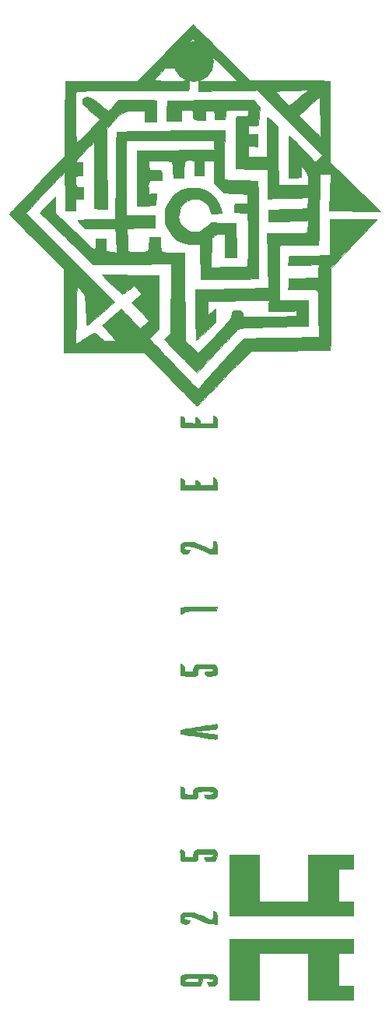
<source format=gts>
G04 #@! TF.FileFunction,Soldermask,Top*
%FSLAX46Y46*%
G04 Gerber Fmt 4.6, Leading zero omitted, Abs format (unit mm)*
G04 Created by KiCad (PCBNEW 4.0.5) date Saturday, July 08, 2017 'AMt' 10:12:31 AM*
%MOMM*%
%LPD*%
G01*
G04 APERTURE LIST*
%ADD10C,0.100000*%
%ADD11C,0.010000*%
%ADD12C,4.400000*%
G04 APERTURE END LIST*
D10*
D11*
G36*
X132118926Y-67411577D02*
X132254715Y-67536346D01*
X132465603Y-67736197D01*
X132744127Y-68003884D01*
X133082823Y-68332157D01*
X133474227Y-68713770D01*
X133910876Y-69141473D01*
X134385307Y-69608020D01*
X134890056Y-70106163D01*
X135197589Y-70410499D01*
X138274529Y-73458499D01*
X142584267Y-73458499D01*
X143466800Y-73458970D01*
X144229789Y-73460470D01*
X144880685Y-73463137D01*
X145426939Y-73467105D01*
X145876004Y-73472511D01*
X146235332Y-73479489D01*
X146512374Y-73488176D01*
X146714582Y-73498708D01*
X146849408Y-73511219D01*
X146924304Y-73525846D01*
X146945377Y-73537875D01*
X146954251Y-73613268D01*
X146963102Y-73805137D01*
X146971770Y-74102961D01*
X146980094Y-74496215D01*
X146987913Y-74974376D01*
X146995069Y-75526920D01*
X147001399Y-76143326D01*
X147006745Y-76813069D01*
X147010945Y-77525627D01*
X147012841Y-77967000D01*
X147028932Y-82316750D01*
X152457750Y-87690170D01*
X151479278Y-87654585D01*
X151140541Y-87644778D01*
X150705094Y-87636006D01*
X150203228Y-87628660D01*
X149665232Y-87623130D01*
X149121395Y-87619807D01*
X148722765Y-87618999D01*
X146944723Y-87618999D01*
X147031807Y-83618499D01*
X146468883Y-83618500D01*
X145905960Y-83618500D01*
X145864097Y-85475875D01*
X145852725Y-86022342D01*
X145842518Y-86593178D01*
X145833917Y-87157182D01*
X145827361Y-87683150D01*
X145823292Y-88139882D01*
X145822117Y-88450334D01*
X145819385Y-88900664D01*
X145811948Y-89388211D01*
X145800811Y-89865144D01*
X145786979Y-90283632D01*
X145780405Y-90434709D01*
X145738811Y-91302000D01*
X143819843Y-91302000D01*
X143328995Y-91303288D01*
X142871261Y-91306935D01*
X142464309Y-91312607D01*
X142125809Y-91319973D01*
X141873431Y-91328704D01*
X141724843Y-91338467D01*
X141702437Y-91341687D01*
X141504000Y-91381375D01*
X141504000Y-97334500D01*
X144615500Y-97334500D01*
X144615500Y-100108669D01*
X142567625Y-100151224D01*
X141960826Y-100165072D01*
X141297793Y-100182340D01*
X140615419Y-100201925D01*
X139950602Y-100222721D01*
X139340234Y-100243626D01*
X138837000Y-100262883D01*
X138330519Y-100284057D01*
X137934905Y-100302261D01*
X137634116Y-100319402D01*
X137412112Y-100337387D01*
X137252852Y-100358123D01*
X137140296Y-100383518D01*
X137058404Y-100415479D01*
X136991134Y-100455913D01*
X136947830Y-100487509D01*
X136864188Y-100564533D01*
X136704016Y-100725363D01*
X136476615Y-100960199D01*
X136191285Y-101259240D01*
X135857325Y-101612685D01*
X135484035Y-102010733D01*
X135080715Y-102443583D01*
X134656664Y-102901434D01*
X134632485Y-102927623D01*
X132523559Y-105212215D01*
X132104238Y-104781732D01*
X131950625Y-104624424D01*
X131723699Y-104392569D01*
X131439171Y-104102193D01*
X131112753Y-103769325D01*
X130760157Y-103409990D01*
X130397095Y-103040216D01*
X130327129Y-102968984D01*
X128969341Y-101586718D01*
X129614123Y-100922250D01*
X129691741Y-93365750D01*
X125433946Y-93383361D01*
X121176152Y-93400972D01*
X119100451Y-91377700D01*
X118639145Y-90928686D01*
X118176141Y-90479206D01*
X117725635Y-90042961D01*
X117301825Y-89633651D01*
X116918907Y-89264977D01*
X116591076Y-88950640D01*
X116332530Y-88704339D01*
X116231000Y-88608470D01*
X115969691Y-88361342D01*
X115742685Y-88143702D01*
X115565437Y-87970606D01*
X115453401Y-87857114D01*
X115421154Y-87819468D01*
X115458938Y-87763361D01*
X115573717Y-87632755D01*
X115751900Y-87442165D01*
X115979899Y-87206108D01*
X116244124Y-86939100D01*
X116262529Y-86920720D01*
X117120000Y-86065014D01*
X117120000Y-87800355D01*
X119144333Y-89750737D01*
X119569125Y-90159028D01*
X119968589Y-90541086D01*
X120332878Y-90887630D01*
X120652145Y-91189379D01*
X120916544Y-91437053D01*
X121116230Y-91621370D01*
X121241355Y-91733050D01*
X121279145Y-91762947D01*
X121375881Y-91788641D01*
X121441720Y-91730339D01*
X121481141Y-91575821D01*
X121498627Y-91312866D01*
X121500527Y-91159125D01*
X121501500Y-90667000D01*
X122581000Y-90667000D01*
X122581972Y-91254375D01*
X122588024Y-91522570D01*
X122603414Y-91747126D01*
X122625373Y-91894388D01*
X122637337Y-91927585D01*
X122720853Y-91971820D01*
X122898057Y-92019450D01*
X123135989Y-92064452D01*
X123401687Y-92100804D01*
X123662189Y-92122484D01*
X123716294Y-92124711D01*
X123743397Y-92115744D01*
X123763024Y-92078435D01*
X123774968Y-92000117D01*
X123779028Y-91868120D01*
X123774998Y-91669775D01*
X123762675Y-91392413D01*
X123741855Y-91023366D01*
X123712333Y-90549965D01*
X123683872Y-90111375D01*
X123645397Y-89523999D01*
X120306251Y-89523999D01*
X119919625Y-89102066D01*
X119748466Y-88910624D01*
X119616123Y-88753743D01*
X119542098Y-88654963D01*
X119532999Y-88635393D01*
X119594621Y-88606766D01*
X119772002Y-88580759D01*
X120053921Y-88557906D01*
X120429157Y-88538739D01*
X120886485Y-88523793D01*
X121414684Y-88513601D01*
X122002531Y-88508695D01*
X122206687Y-88508328D01*
X123642124Y-88508000D01*
X123685342Y-84015375D01*
X123693024Y-83264334D01*
X123701261Y-82545324D01*
X123709873Y-81869248D01*
X123718681Y-81247008D01*
X123727504Y-80689508D01*
X123736162Y-80207651D01*
X123744475Y-79812339D01*
X123752262Y-79514475D01*
X123759345Y-79324964D01*
X123763847Y-79262164D01*
X123799134Y-79001578D01*
X125936442Y-78960890D01*
X126419666Y-78952246D01*
X127008543Y-78942628D01*
X127681731Y-78932337D01*
X128417888Y-78921672D01*
X129195672Y-78910932D01*
X129993744Y-78900415D01*
X130790760Y-78890423D01*
X131565380Y-78881254D01*
X131813495Y-78878448D01*
X135553240Y-78836694D01*
X135506583Y-81504252D01*
X135459925Y-84171810D01*
X135650043Y-84209833D01*
X135763994Y-84221842D01*
X135985565Y-84235813D01*
X136295405Y-84250881D01*
X136674164Y-84266180D01*
X137102495Y-84280843D01*
X137487591Y-84292067D01*
X139135021Y-84336278D01*
X139176510Y-85575100D01*
X139183952Y-85863453D01*
X139190967Y-86263437D01*
X139197433Y-86759684D01*
X139203231Y-87336825D01*
X139208240Y-87979492D01*
X139212342Y-88672317D01*
X139215416Y-89399931D01*
X139217342Y-90146965D01*
X139218000Y-90889258D01*
X139218000Y-94964594D01*
X137493183Y-95006547D01*
X136934405Y-95018671D01*
X136323434Y-95029421D01*
X135700258Y-95038262D01*
X135104863Y-95044658D01*
X134577239Y-95048075D01*
X134359874Y-95048500D01*
X132951383Y-95048500D01*
X132909903Y-94048375D01*
X132894231Y-93603590D01*
X132881236Y-93107477D01*
X132872168Y-92617058D01*
X132868272Y-92189355D01*
X132868211Y-92143375D01*
X132868000Y-91238500D01*
X132248875Y-91237561D01*
X131581927Y-91198245D01*
X131006395Y-91077816D01*
X130510575Y-90869291D01*
X130082762Y-90565691D01*
X129711255Y-90160033D01*
X129384349Y-89645336D01*
X129297304Y-89476877D01*
X129026250Y-88929407D01*
X129026250Y-87450675D01*
X129295079Y-86908154D01*
X129616571Y-86370552D01*
X130003402Y-85913304D01*
X130439427Y-85553740D01*
X130698914Y-85401590D01*
X131160540Y-85225461D01*
X131680629Y-85122184D01*
X132224206Y-85092265D01*
X132756298Y-85136212D01*
X133241928Y-85254532D01*
X133495723Y-85361062D01*
X133803405Y-85558402D01*
X134131104Y-85838611D01*
X134445175Y-86169455D01*
X134711971Y-86518697D01*
X134725719Y-86539500D01*
X134862167Y-86773892D01*
X134988110Y-87035897D01*
X135093415Y-87297644D01*
X135167948Y-87531264D01*
X135201576Y-87708886D01*
X135184772Y-87802068D01*
X135095011Y-87833195D01*
X134914002Y-87860836D01*
X134677486Y-87879863D01*
X134626275Y-87882198D01*
X134130301Y-87901866D01*
X133984336Y-87542729D01*
X133752682Y-87096139D01*
X133457328Y-86750574D01*
X133110795Y-86504518D01*
X132906105Y-86402128D01*
X132722642Y-86345170D01*
X132506302Y-86321213D01*
X132296500Y-86317419D01*
X132001565Y-86328022D01*
X131778448Y-86366853D01*
X131573159Y-86444775D01*
X131510575Y-86475561D01*
X131118180Y-86743114D01*
X130818392Y-87092588D01*
X130618239Y-87512069D01*
X130524747Y-87989642D01*
X130518500Y-88157593D01*
X130577897Y-88608361D01*
X130752977Y-89011949D01*
X131039068Y-89361731D01*
X131431503Y-89651077D01*
X131650233Y-89763795D01*
X131886904Y-89857738D01*
X132095952Y-89896601D01*
X132348597Y-89892567D01*
X132386250Y-89889697D01*
X132666561Y-89852139D01*
X132905897Y-89778342D01*
X133136697Y-89651577D01*
X133391395Y-89455120D01*
X133611009Y-89258129D01*
X134021413Y-88876332D01*
X135344454Y-88898541D01*
X135742331Y-88907253D01*
X136096642Y-88918881D01*
X136387911Y-88932469D01*
X136596662Y-88947060D01*
X136703418Y-88961698D01*
X136712431Y-88965725D01*
X136724991Y-89038388D01*
X136738477Y-89221751D01*
X136752216Y-89499523D01*
X136765535Y-89855413D01*
X136777762Y-90273131D01*
X136788224Y-90736387D01*
X136790439Y-90854850D01*
X136823511Y-92699000D01*
X135598500Y-92699000D01*
X135598500Y-90095500D01*
X135160933Y-90095500D01*
X134910818Y-90102433D01*
X134733876Y-90133402D01*
X134576586Y-90203655D01*
X134414808Y-90308096D01*
X134106250Y-90520692D01*
X134072286Y-93730692D01*
X136014199Y-93704154D01*
X136576807Y-93695586D01*
X137025028Y-93686435D01*
X137371473Y-93675951D01*
X137628755Y-93663386D01*
X137809487Y-93647987D01*
X137926281Y-93629006D01*
X137991749Y-93605692D01*
X138014584Y-93585183D01*
X138028454Y-93500985D01*
X138040464Y-93305942D01*
X138050608Y-93016194D01*
X138058881Y-92647881D01*
X138065279Y-92217146D01*
X138069796Y-91740128D01*
X138072427Y-91232969D01*
X138073168Y-90711809D01*
X138072014Y-90192790D01*
X138068959Y-89692051D01*
X138063998Y-89225734D01*
X138057127Y-88809980D01*
X138048340Y-88460929D01*
X138037633Y-88194722D01*
X138025000Y-88027501D01*
X138016317Y-87980921D01*
X137983171Y-87911936D01*
X137930054Y-87865761D01*
X137832403Y-87836199D01*
X137665651Y-87817057D01*
X137405234Y-87802138D01*
X137285896Y-87796700D01*
X137006837Y-87781495D01*
X136777859Y-87763756D01*
X136626810Y-87745964D01*
X136581273Y-87733940D01*
X136570600Y-87659040D01*
X136573255Y-87492541D01*
X136588578Y-87269075D01*
X136590562Y-87247277D01*
X136632737Y-86793500D01*
X138011500Y-86793500D01*
X138011500Y-85794699D01*
X137201875Y-85752467D01*
X136831774Y-85732217D01*
X136449025Y-85709691D01*
X136102658Y-85687857D01*
X135874579Y-85672139D01*
X135356908Y-85634041D01*
X134864555Y-85138783D01*
X134372202Y-84643526D01*
X134386527Y-83400763D01*
X134400852Y-82157999D01*
X133856676Y-82157999D01*
X133312500Y-82158000D01*
X133312500Y-83809000D01*
X132218550Y-83809000D01*
X132264750Y-82126250D01*
X131782469Y-82107881D01*
X131515770Y-82104093D01*
X131347052Y-82120194D01*
X131248287Y-82160236D01*
X131217071Y-82189663D01*
X131173923Y-82308590D01*
X131137651Y-82551473D01*
X131108613Y-82915437D01*
X131096101Y-83160532D01*
X131058250Y-84031250D01*
X130502625Y-84049597D01*
X130234623Y-84055914D01*
X130069166Y-84050488D01*
X129982025Y-84029181D01*
X129948971Y-83987852D01*
X129945055Y-83954347D01*
X129937101Y-83751925D01*
X129920538Y-83489938D01*
X129897923Y-83196374D01*
X129871812Y-82899221D01*
X129844763Y-82626466D01*
X129819333Y-82406098D01*
X129798079Y-82266104D01*
X129787635Y-82231384D01*
X129714023Y-82217392D01*
X129533665Y-82203121D01*
X129266807Y-82189585D01*
X128933696Y-82177793D01*
X128554579Y-82168758D01*
X128521940Y-82168168D01*
X127297796Y-82146586D01*
X127258015Y-82295168D01*
X127219347Y-82563524D01*
X127237322Y-82823139D01*
X127307870Y-83021644D01*
X127315350Y-83032870D01*
X127380452Y-83105505D01*
X127470855Y-83148164D01*
X127618777Y-83168638D01*
X127856438Y-83174714D01*
X127902725Y-83174867D01*
X128226823Y-83177249D01*
X128444919Y-83193476D01*
X128578000Y-83239217D01*
X128647052Y-83330137D01*
X128673061Y-83481904D01*
X128677012Y-83710186D01*
X128677000Y-83752906D01*
X128677000Y-84253500D01*
X128073750Y-84253500D01*
X127781618Y-84257060D01*
X127587306Y-84271110D01*
X127461748Y-84300705D01*
X127375882Y-84350899D01*
X127343500Y-84380500D01*
X127253780Y-84552925D01*
X127215070Y-84836419D01*
X127227788Y-85225562D01*
X127257946Y-85490662D01*
X127299393Y-85793051D01*
X127697646Y-85752248D01*
X128095899Y-85711446D01*
X128065032Y-86204848D01*
X128043880Y-86524297D01*
X128020768Y-86739455D01*
X127985076Y-86872734D01*
X127926181Y-86946546D01*
X127833461Y-86983304D01*
X127696294Y-87005421D01*
X127684877Y-87006983D01*
X127494609Y-87024127D01*
X127220173Y-87037679D01*
X126904387Y-87045876D01*
X126699637Y-87047500D01*
X126010000Y-87047500D01*
X126010000Y-81098758D01*
X127449012Y-81056879D01*
X127836189Y-81047623D01*
X128327041Y-81039077D01*
X128898241Y-81031471D01*
X129526465Y-81025036D01*
X130188387Y-81020002D01*
X130860681Y-81016602D01*
X131520024Y-81015065D01*
X131679168Y-81015000D01*
X134470312Y-81015000D01*
X134432023Y-80872125D01*
X134411531Y-80733616D01*
X134397298Y-80519491D01*
X134392867Y-80323376D01*
X134392000Y-79917503D01*
X129628413Y-79948754D01*
X128862397Y-79954108D01*
X128133873Y-79959836D01*
X127452724Y-79965822D01*
X126828830Y-79971950D01*
X126272074Y-79978102D01*
X125792336Y-79984161D01*
X125399499Y-79990011D01*
X125103443Y-79995535D01*
X124914051Y-80000615D01*
X124841203Y-80005136D01*
X124840763Y-80005378D01*
X124836203Y-80071614D01*
X124831209Y-80254069D01*
X124825906Y-80541964D01*
X124820418Y-80924519D01*
X124814873Y-81390954D01*
X124809396Y-81930489D01*
X124804111Y-82532344D01*
X124799146Y-83185741D01*
X124794626Y-83879899D01*
X124793645Y-84047125D01*
X124770592Y-88063500D01*
X127978500Y-88063500D01*
X127978500Y-89460500D01*
X126883125Y-89460951D01*
X126484240Y-89463566D01*
X126093889Y-89470496D01*
X125744904Y-89480849D01*
X125470114Y-89493735D01*
X125353233Y-89502434D01*
X124918716Y-89543465D01*
X124940483Y-90698815D01*
X124951186Y-91140181D01*
X124965302Y-91470153D01*
X124984227Y-91704322D01*
X125009358Y-91858279D01*
X125042091Y-91947615D01*
X125053848Y-91964443D01*
X125101160Y-92006277D01*
X125175245Y-92035146D01*
X125296083Y-92052679D01*
X125483657Y-92060511D01*
X125757946Y-92060271D01*
X126138933Y-92053593D01*
X126144052Y-92053485D01*
X126488737Y-92043206D01*
X126788382Y-92028696D01*
X127020108Y-92011501D01*
X127161038Y-91993169D01*
X127192201Y-91982584D01*
X127215982Y-91902580D01*
X127242676Y-91723479D01*
X127268789Y-91473027D01*
X127288192Y-91220584D01*
X127307083Y-90935194D01*
X127323101Y-90701331D01*
X127334423Y-90545058D01*
X127339068Y-90492375D01*
X127399969Y-90485548D01*
X127560014Y-90480192D01*
X127791353Y-90477036D01*
X127946750Y-90476500D01*
X128550000Y-90476500D01*
X128550000Y-91136215D01*
X128555359Y-91497306D01*
X128582481Y-91752165D01*
X128647934Y-91921455D01*
X128768285Y-92025837D01*
X128960103Y-92085974D01*
X129239954Y-92122526D01*
X129348817Y-92132443D01*
X129691498Y-92156521D01*
X130086146Y-92175440D01*
X130457738Y-92185751D01*
X130523982Y-92186487D01*
X131132715Y-92191000D01*
X131174794Y-95667625D01*
X131183010Y-96371040D01*
X131190699Y-97076773D01*
X131197702Y-97766960D01*
X131203860Y-98423737D01*
X131209016Y-99029239D01*
X131213011Y-99565604D01*
X131215687Y-100014967D01*
X131216886Y-100359463D01*
X131216936Y-100424150D01*
X131217000Y-101704050D01*
X132637456Y-103055604D01*
X133296402Y-102401677D01*
X133569990Y-102126370D01*
X133881036Y-101807009D01*
X134215836Y-101458286D01*
X134560685Y-101094888D01*
X134901877Y-100731507D01*
X135225708Y-100382832D01*
X135518474Y-100063553D01*
X135766469Y-99788359D01*
X135955989Y-99571941D01*
X136073329Y-99428988D01*
X136086656Y-99410890D01*
X136198152Y-99198300D01*
X136272005Y-98956683D01*
X136278962Y-98913224D01*
X136318800Y-98666872D01*
X136380203Y-98518446D01*
X136491995Y-98443305D01*
X136683002Y-98416809D01*
X136862958Y-98414000D01*
X137136212Y-98424767D01*
X137310164Y-98469994D01*
X137411619Y-98569071D01*
X137467376Y-98741386D01*
X137487093Y-98865506D01*
X137522769Y-99131493D01*
X140417657Y-99085556D01*
X141010626Y-99075913D01*
X141563075Y-99066474D01*
X142062369Y-99057490D01*
X142495872Y-99049210D01*
X142850949Y-99041880D01*
X143114964Y-99035752D01*
X143275282Y-99031072D01*
X143320574Y-99028435D01*
X143331441Y-98964738D01*
X143349850Y-98815961D01*
X143360073Y-98723852D01*
X143372537Y-98544585D01*
X143354253Y-98462150D01*
X143297972Y-98448573D01*
X143289147Y-98450082D01*
X143198240Y-98457231D01*
X142999864Y-98466458D01*
X142713517Y-98477070D01*
X142358701Y-98488374D01*
X141954914Y-98499678D01*
X141737046Y-98505204D01*
X140287343Y-98540698D01*
X140332105Y-97909315D01*
X140376868Y-97277932D01*
X139368809Y-97306739D01*
X139060860Y-97314728D01*
X138649285Y-97324184D01*
X138157445Y-97334638D01*
X137608698Y-97345617D01*
X137026404Y-97356650D01*
X136433923Y-97367266D01*
X136027125Y-97374172D01*
X133693500Y-97412797D01*
X133693500Y-98933826D01*
X134001601Y-98675868D01*
X134177835Y-98523747D01*
X134321833Y-98391325D01*
X134390376Y-98320705D01*
X134482446Y-98239804D01*
X134526775Y-98223500D01*
X134548243Y-98282853D01*
X134565315Y-98444387D01*
X134576247Y-98683306D01*
X134579315Y-98969625D01*
X134576131Y-99715750D01*
X133907455Y-100319000D01*
X133623318Y-100574039D01*
X133332492Y-100832869D01*
X133067586Y-101066599D01*
X132861209Y-101246339D01*
X132847014Y-101258542D01*
X132455250Y-101594835D01*
X132412331Y-101322042D01*
X132402591Y-101198154D01*
X132393381Y-100963016D01*
X132384975Y-100632377D01*
X132377648Y-100221987D01*
X132371674Y-99747594D01*
X132367328Y-99224950D01*
X132364884Y-98669802D01*
X132364706Y-98588625D01*
X132360000Y-96128000D01*
X132756875Y-96126654D01*
X133094690Y-96124316D01*
X133512639Y-96119497D01*
X133997084Y-96112500D01*
X134534389Y-96103631D01*
X135110918Y-96093196D01*
X135713035Y-96081499D01*
X136327103Y-96068847D01*
X136939487Y-96055545D01*
X137536550Y-96041897D01*
X138104656Y-96028209D01*
X138630169Y-96014787D01*
X139099452Y-96001935D01*
X139498870Y-95989960D01*
X139814786Y-95979166D01*
X140033564Y-95969859D01*
X140141567Y-95962343D01*
X140148405Y-95961152D01*
X140311774Y-95920149D01*
X140273886Y-95150949D01*
X140263382Y-94896728D01*
X140251421Y-94537753D01*
X140238597Y-94096251D01*
X140225504Y-93594453D01*
X140212736Y-93054586D01*
X140200888Y-92498879D01*
X140195209Y-92206875D01*
X140154420Y-90032000D01*
X142273835Y-90031027D01*
X142782047Y-90029441D01*
X143250673Y-90025387D01*
X143664345Y-90019198D01*
X144007694Y-90011209D01*
X144265354Y-90001755D01*
X144421956Y-89991168D01*
X144463021Y-89983402D01*
X144495906Y-89904024D01*
X144529397Y-89726717D01*
X144558889Y-89480447D01*
X144574839Y-89280176D01*
X144616884Y-88623603D01*
X144378067Y-88658734D01*
X144255070Y-88668990D01*
X144023216Y-88680931D01*
X143700623Y-88693908D01*
X143305413Y-88707273D01*
X142855705Y-88720379D01*
X142369619Y-88732576D01*
X142218375Y-88735984D01*
X140297500Y-88778102D01*
X140297500Y-87504528D01*
X141011875Y-87467678D01*
X141299584Y-87454438D01*
X141681443Y-87439202D01*
X142124639Y-87423153D01*
X142596359Y-87407471D01*
X143063794Y-87393339D01*
X143123250Y-87391657D01*
X143529533Y-87379857D01*
X143889974Y-87368607D01*
X144186336Y-87358542D01*
X144400382Y-87350295D01*
X144513874Y-87344500D01*
X144527276Y-87342868D01*
X144534331Y-87279754D01*
X144547464Y-87118290D01*
X144564446Y-86886856D01*
X144574479Y-86742072D01*
X144614655Y-86150894D01*
X143360952Y-86187118D01*
X142889640Y-86201149D01*
X142382296Y-86216952D01*
X141882784Y-86233114D01*
X141434971Y-86248225D01*
X141170625Y-86257608D01*
X140234000Y-86291873D01*
X140234000Y-83130489D01*
X139138625Y-83088939D01*
X138716334Y-83074460D01*
X138279963Y-83062151D01*
X137869811Y-83052976D01*
X137526173Y-83047896D01*
X137392375Y-83047194D01*
X136741500Y-83047000D01*
X136742367Y-80332375D01*
X136743426Y-79752513D01*
X136746098Y-79208376D01*
X136750191Y-78713891D01*
X136755515Y-78282991D01*
X136761879Y-77929605D01*
X136769092Y-77667663D01*
X136776963Y-77511096D01*
X136781523Y-77474875D01*
X136807390Y-77407793D01*
X136858374Y-77365816D01*
X136960141Y-77343092D01*
X137138356Y-77333770D01*
X137408249Y-77332000D01*
X137704202Y-77328351D01*
X137895903Y-77306204D01*
X138006088Y-77248755D01*
X138057494Y-77139199D01*
X138072859Y-76960733D01*
X138074132Y-76839875D01*
X138075000Y-76633500D01*
X137066937Y-76633499D01*
X136706544Y-76635865D01*
X136377582Y-76642388D01*
X136107116Y-76652206D01*
X135922209Y-76664458D01*
X135868077Y-76671659D01*
X135772594Y-76695993D01*
X135712988Y-76740654D01*
X135677102Y-76833619D01*
X135652779Y-77002862D01*
X135633526Y-77211409D01*
X135589772Y-77712999D01*
X135022636Y-77712999D01*
X134455500Y-77713000D01*
X134455500Y-77270734D01*
X134444305Y-77005053D01*
X134396044Y-76835030D01*
X134288702Y-76741736D01*
X134100264Y-76706242D01*
X133808714Y-76709620D01*
X133803206Y-76709881D01*
X133407750Y-76728750D01*
X133421649Y-77250484D01*
X133435548Y-77772219D01*
X132913649Y-77738555D01*
X132581774Y-77716153D01*
X132356112Y-77693271D01*
X132216182Y-77660576D01*
X132141507Y-77608736D01*
X132111607Y-77528417D01*
X132106004Y-77410285D01*
X132106000Y-77370477D01*
X132096431Y-77143004D01*
X132072775Y-76931443D01*
X132066312Y-76895437D01*
X132026625Y-76697000D01*
X130836000Y-76697000D01*
X130836000Y-77840000D01*
X130009152Y-77839999D01*
X129182304Y-77839999D01*
X129224162Y-76776374D01*
X129239638Y-76422076D01*
X129256007Y-76113948D01*
X129271889Y-75873576D01*
X129285901Y-75722551D01*
X129294262Y-75681000D01*
X129365245Y-75670120D01*
X129551699Y-75658764D01*
X129842099Y-75647135D01*
X130224919Y-75635439D01*
X130688631Y-75623880D01*
X131221710Y-75612662D01*
X131812630Y-75601991D01*
X132449863Y-75592071D01*
X133121885Y-75583106D01*
X133817168Y-75575302D01*
X134524187Y-75568864D01*
X135231415Y-75563995D01*
X135927325Y-75560901D01*
X136081102Y-75560470D01*
X138690954Y-75554000D01*
X139026662Y-75939972D01*
X139362371Y-76325945D01*
X139288796Y-77252765D01*
X139258049Y-77587797D01*
X139223371Y-77880884D01*
X139188303Y-78107074D01*
X139156384Y-78241414D01*
X139145335Y-78263792D01*
X139036119Y-78314793D01*
X138809870Y-78342323D01*
X138575224Y-78347999D01*
X138075000Y-78348000D01*
X138075000Y-79300500D01*
X139154500Y-79300500D01*
X139154518Y-80602250D01*
X138614759Y-80579858D01*
X138075000Y-80557467D01*
X138075000Y-81713500D01*
X140161362Y-81713500D01*
X140124236Y-79586250D01*
X140114684Y-79000840D01*
X140108804Y-78530534D01*
X140106885Y-78163482D01*
X140109219Y-77887833D01*
X140116097Y-77691736D01*
X140127810Y-77563340D01*
X140144649Y-77490795D01*
X140166904Y-77462249D01*
X140176430Y-77460464D01*
X140256282Y-77502500D01*
X140404652Y-77615387D01*
X140599268Y-77781171D01*
X140786884Y-77952589D01*
X141308018Y-78443250D01*
X141350807Y-81634125D01*
X141393595Y-84825000D01*
X144615500Y-84825000D01*
X144615500Y-84314960D01*
X144595719Y-83922925D01*
X144526885Y-83614458D01*
X144394762Y-83350995D01*
X144185112Y-83093968D01*
X144152119Y-83059731D01*
X143885250Y-82786712D01*
X143821750Y-83967750D01*
X143180606Y-83985738D01*
X142539463Y-84003727D01*
X142494238Y-81916206D01*
X142481658Y-81282748D01*
X142474316Y-80765443D01*
X142472634Y-80353534D01*
X142477036Y-80036266D01*
X142487942Y-79802884D01*
X142505774Y-79642630D01*
X142530955Y-79544750D01*
X142563906Y-79498487D01*
X142589382Y-79491000D01*
X142622333Y-79499989D01*
X142673141Y-79532781D01*
X142750592Y-79598114D01*
X142863472Y-79704725D01*
X143020569Y-79861353D01*
X143230667Y-80076735D01*
X143502554Y-80359609D01*
X143845015Y-80718712D01*
X144205767Y-81098427D01*
X145399875Y-82356604D01*
X146170402Y-81586077D01*
X142621861Y-78037111D01*
X141851308Y-77266466D01*
X143638027Y-77266466D01*
X144203562Y-77854858D01*
X144431789Y-78089447D01*
X144687841Y-78347945D01*
X144955985Y-78615008D01*
X145220488Y-78875293D01*
X145465617Y-79113457D01*
X145675640Y-79314157D01*
X145834824Y-79462049D01*
X145927436Y-79541789D01*
X145943108Y-79551340D01*
X145948192Y-79491089D01*
X145950742Y-79318599D01*
X145950842Y-79048605D01*
X145948573Y-78695842D01*
X145944018Y-78275045D01*
X145937259Y-77800948D01*
X145931354Y-77450420D01*
X145920683Y-76944806D01*
X145907729Y-76479428D01*
X145893164Y-76069592D01*
X145877657Y-75730604D01*
X145861877Y-75477767D01*
X145846495Y-75326388D01*
X145836768Y-75289368D01*
X145774326Y-75311908D01*
X145636172Y-75409449D01*
X145437684Y-75568501D01*
X145194243Y-75775571D01*
X144921229Y-76017167D01*
X144634020Y-76279799D01*
X144347998Y-76549974D01*
X144078542Y-76814201D01*
X143952138Y-76942643D01*
X143638027Y-77266466D01*
X141851308Y-77266466D01*
X139218406Y-74633250D01*
X141043081Y-74633250D01*
X141774047Y-75391588D01*
X142505012Y-76149926D01*
X142687131Y-76032258D01*
X142805446Y-75948860D01*
X142997750Y-75805616D01*
X143238640Y-75621736D01*
X143502711Y-75416433D01*
X143536000Y-75390288D01*
X143807173Y-75175387D01*
X144062852Y-74969801D01*
X144275516Y-74795844D01*
X144417645Y-74675836D01*
X144425000Y-74669362D01*
X144647250Y-74472741D01*
X143155000Y-74514606D01*
X142712227Y-74528290D01*
X142294122Y-74543556D01*
X141923407Y-74559393D01*
X141622807Y-74574789D01*
X141415045Y-74588730D01*
X141352915Y-74594860D01*
X141043081Y-74633250D01*
X139218406Y-74633250D01*
X139073319Y-74488146D01*
X138717034Y-74511615D01*
X138579314Y-74517168D01*
X138329520Y-74523559D01*
X137982570Y-74530543D01*
X137553386Y-74537877D01*
X137056888Y-74545318D01*
X136507997Y-74552623D01*
X135921633Y-74559547D01*
X135519125Y-74563813D01*
X132677500Y-74592541D01*
X132677500Y-73523712D01*
X134776326Y-73506981D01*
X136875153Y-73490250D01*
X134760451Y-71448009D01*
X134188636Y-70896577D01*
X133700912Y-70428143D01*
X133290758Y-70036722D01*
X132951651Y-69716328D01*
X132677068Y-69460976D01*
X132460489Y-69264678D01*
X132295391Y-69121451D01*
X132175251Y-69025308D01*
X132093547Y-68970263D01*
X132043758Y-68950331D01*
X132038560Y-68950000D01*
X131977092Y-68993715D01*
X131845708Y-69113632D01*
X131660926Y-69292905D01*
X131439266Y-69514686D01*
X131197247Y-69762132D01*
X130951389Y-70018395D01*
X130718212Y-70266631D01*
X130514234Y-70489993D01*
X130392306Y-70628774D01*
X130250487Y-70797856D01*
X130183465Y-70896683D01*
X130182241Y-70950433D01*
X130237815Y-70984283D01*
X130261934Y-70993478D01*
X130362539Y-71009514D01*
X130570698Y-71027047D01*
X130866989Y-71044997D01*
X131231992Y-71062283D01*
X131646286Y-71077826D01*
X131935766Y-71086563D01*
X133471250Y-71128469D01*
X133778273Y-71536669D01*
X133917120Y-71729561D01*
X134014975Y-71881695D01*
X134055580Y-71967201D01*
X134054306Y-71975860D01*
X133986071Y-71983619D01*
X133804654Y-71992564D01*
X133523862Y-72002321D01*
X133157504Y-72012515D01*
X132719389Y-72022770D01*
X132223323Y-72032711D01*
X131683115Y-72041965D01*
X131535829Y-72044232D01*
X129048343Y-72081613D01*
X128499081Y-72676575D01*
X128286621Y-72909309D01*
X128104265Y-73113926D01*
X127970329Y-73269533D01*
X127903128Y-73355238D01*
X127900914Y-73358925D01*
X127933200Y-73407164D01*
X128080661Y-73447230D01*
X128331697Y-73478506D01*
X128674706Y-73500376D01*
X129098089Y-73512223D01*
X129590244Y-73513429D01*
X130139572Y-73503379D01*
X130436622Y-73493771D01*
X131661500Y-73448549D01*
X131661500Y-73698661D01*
X131652102Y-73928585D01*
X131628823Y-74183343D01*
X131621924Y-74237511D01*
X131582348Y-74526248D01*
X125535662Y-74547999D01*
X124510628Y-74551881D01*
X123605222Y-74555797D01*
X122812070Y-74559889D01*
X122123798Y-74564296D01*
X121533035Y-74569157D01*
X121032406Y-74574614D01*
X120614539Y-74580805D01*
X120272061Y-74587871D01*
X119997599Y-74595952D01*
X119783779Y-74605188D01*
X119623229Y-74615719D01*
X119508576Y-74627685D01*
X119432447Y-74641225D01*
X119387468Y-74656481D01*
X119374108Y-74665000D01*
X119346039Y-74694107D01*
X119323251Y-74738125D01*
X119305420Y-74808758D01*
X119292222Y-74917711D01*
X119283331Y-75076692D01*
X119278424Y-75297406D01*
X119277174Y-75591559D01*
X119279259Y-75970857D01*
X119284353Y-76447005D01*
X119292131Y-77031710D01*
X119297682Y-77420886D01*
X119310374Y-78186735D01*
X119324498Y-78826098D01*
X119340076Y-79339481D01*
X119357127Y-79727389D01*
X119375671Y-79990329D01*
X119395728Y-80128807D01*
X119405111Y-80150511D01*
X119459465Y-80145624D01*
X119570211Y-80070411D01*
X119743898Y-79919071D01*
X119987072Y-79685798D01*
X120306282Y-79364790D01*
X120400947Y-79267874D01*
X120701360Y-78957390D01*
X120991452Y-78653856D01*
X121252065Y-78377599D01*
X121464042Y-78148940D01*
X121608226Y-77988204D01*
X121619266Y-77975378D01*
X121910736Y-77634506D01*
X121596130Y-77372128D01*
X121197272Y-77033214D01*
X120842335Y-76719298D01*
X120542853Y-76441363D01*
X120310360Y-76210390D01*
X120156391Y-76037363D01*
X120095637Y-75943441D01*
X120062431Y-75760706D01*
X120071962Y-75567613D01*
X120154927Y-75375651D01*
X120319894Y-75270943D01*
X120574233Y-75249932D01*
X120700930Y-75263908D01*
X120831726Y-75294641D01*
X120976891Y-75354541D01*
X121149988Y-75452802D01*
X121364581Y-75598617D01*
X121634232Y-75801181D01*
X121972507Y-76069688D01*
X122376055Y-76399391D01*
X122837860Y-76779950D01*
X122980684Y-76645774D01*
X123084098Y-76539530D01*
X123243272Y-76365602D01*
X123431785Y-76153132D01*
X123534879Y-76034489D01*
X123946250Y-75557380D01*
X125597250Y-75556141D01*
X126069613Y-75557377D01*
X126524059Y-75561507D01*
X126937627Y-75568097D01*
X127287359Y-75576714D01*
X127550298Y-75586926D01*
X127676875Y-75595383D01*
X128105500Y-75635864D01*
X128105500Y-77903500D01*
X126835500Y-77903500D01*
X126835500Y-76760500D01*
X125930625Y-76764285D01*
X125465907Y-76767237D01*
X125098754Y-76778882D01*
X124805773Y-76809946D01*
X124563574Y-76871152D01*
X124348765Y-76973226D01*
X124137956Y-77126894D01*
X123907754Y-77342880D01*
X123634770Y-77631909D01*
X123345786Y-77949456D01*
X122698852Y-78662163D01*
X122702993Y-80902206D01*
X122705529Y-81559139D01*
X122710619Y-82295167D01*
X122717839Y-83070036D01*
X122726764Y-83843489D01*
X122736968Y-84575271D01*
X122748027Y-85225126D01*
X122749387Y-85295497D01*
X122791640Y-87448745D01*
X122352945Y-87407324D01*
X122073122Y-87385225D01*
X121793326Y-87370021D01*
X121612625Y-87365451D01*
X121311000Y-87365000D01*
X121311000Y-83730816D01*
X121310999Y-80096632D01*
X120669718Y-80730441D01*
X120394562Y-81007075D01*
X120112494Y-81298626D01*
X119855710Y-81571356D01*
X119656406Y-81791523D01*
X119647821Y-81801357D01*
X119455738Y-82031424D01*
X119356523Y-82186172D01*
X119353503Y-82280347D01*
X119450010Y-82328698D01*
X119649372Y-82345971D01*
X119771125Y-82347527D01*
X120104500Y-82348500D01*
X120104500Y-83745500D01*
X119763025Y-83745500D01*
X119527505Y-83758564D01*
X119380068Y-83812255D01*
X119304818Y-83928321D01*
X119285858Y-84128509D01*
X119301714Y-84376626D01*
X119331031Y-84665323D01*
X119366071Y-84850547D01*
X119424519Y-84955260D01*
X119524063Y-85002425D01*
X119682387Y-85015004D01*
X119793793Y-85015500D01*
X120168000Y-85015500D01*
X120168000Y-86349000D01*
X119342500Y-86349000D01*
X119342500Y-87555500D01*
X118781069Y-87555500D01*
X118219638Y-87555499D01*
X118175330Y-85510428D01*
X118163554Y-85013402D01*
X118150827Y-84557869D01*
X118137729Y-84159146D01*
X118124840Y-83832545D01*
X118112738Y-83593382D01*
X118102005Y-83456971D01*
X118096618Y-83430951D01*
X118074885Y-83433652D01*
X118026914Y-83467144D01*
X117946653Y-83537626D01*
X117828052Y-83651295D01*
X117665061Y-83814349D01*
X117451630Y-84032986D01*
X117181709Y-84313403D01*
X116849247Y-84661798D01*
X116448195Y-85084370D01*
X115972502Y-85587315D01*
X115416430Y-86176499D01*
X115059649Y-86556632D01*
X114733119Y-86908061D01*
X114446536Y-87220076D01*
X114209595Y-87481970D01*
X114031992Y-87683036D01*
X113923422Y-87812566D01*
X113892791Y-87859249D01*
X113939791Y-87909171D01*
X114071229Y-88042504D01*
X114281216Y-88253388D01*
X114563860Y-88535963D01*
X114913268Y-88884369D01*
X115323550Y-89292746D01*
X115788813Y-89755234D01*
X116303168Y-90265973D01*
X116860721Y-90819103D01*
X117455582Y-91408763D01*
X118081859Y-92029095D01*
X118725233Y-92665899D01*
X119376316Y-93310937D01*
X120001135Y-93931585D01*
X120593848Y-94521951D01*
X121148612Y-95076142D01*
X121659585Y-95588268D01*
X122120924Y-96052437D01*
X122526786Y-96462757D01*
X122871328Y-96813336D01*
X123148709Y-97098283D01*
X123353084Y-97311707D01*
X123478613Y-97447715D01*
X123519483Y-97500308D01*
X123467966Y-97558514D01*
X123333014Y-97684438D01*
X123129344Y-97865705D01*
X122871670Y-98089943D01*
X122574708Y-98344775D01*
X122253173Y-98617829D01*
X121921782Y-98896730D01*
X121595249Y-99169104D01*
X121288291Y-99422577D01*
X121015622Y-99644774D01*
X120791958Y-99823321D01*
X120632014Y-99945844D01*
X120550507Y-99999969D01*
X120545049Y-100001500D01*
X120495986Y-99948511D01*
X120485500Y-99879686D01*
X120482685Y-99783030D01*
X120474799Y-99579320D01*
X120462675Y-99288362D01*
X120447149Y-98929964D01*
X120429056Y-98523935D01*
X120419254Y-98308061D01*
X120398112Y-97836538D01*
X120379315Y-97471268D01*
X120356946Y-97191773D01*
X120325092Y-96977575D01*
X120277838Y-96808196D01*
X120209269Y-96663157D01*
X120113471Y-96521981D01*
X119984529Y-96364189D01*
X119816529Y-96169303D01*
X119793936Y-96143003D01*
X119635374Y-95967735D01*
X119534325Y-95883824D01*
X119474178Y-95879501D01*
X119454700Y-95902700D01*
X119443309Y-95983450D01*
X119431093Y-96178366D01*
X119418434Y-96474619D01*
X119405714Y-96859379D01*
X119393314Y-97319819D01*
X119381615Y-97843109D01*
X119371000Y-98416422D01*
X119361903Y-99022877D01*
X119321679Y-102049111D01*
X119470264Y-101969591D01*
X119580337Y-101905373D01*
X119770716Y-101789026D01*
X120014807Y-101636980D01*
X120286011Y-101465670D01*
X120290299Y-101462942D01*
X120567973Y-101288254D01*
X120825316Y-101129852D01*
X121033359Y-101005351D01*
X121161707Y-100933095D01*
X121243011Y-100893007D01*
X121313354Y-100874381D01*
X121390271Y-100886922D01*
X121491295Y-100940337D01*
X121633963Y-101044330D01*
X121835806Y-101208607D01*
X122114362Y-101442873D01*
X122174625Y-101493750D01*
X122475538Y-101747750D01*
X123010984Y-101738109D01*
X123262972Y-101727227D01*
X123466429Y-101706671D01*
X123587728Y-101680256D01*
X123604091Y-101670808D01*
X123583395Y-101605062D01*
X123481277Y-101461288D01*
X123306735Y-101250636D01*
X123068768Y-100984260D01*
X122927761Y-100832543D01*
X122686508Y-100571827D01*
X122480875Y-100341666D01*
X122324782Y-100158294D01*
X122232150Y-100037948D01*
X122212760Y-99998625D01*
X122266149Y-99944954D01*
X122404534Y-99825342D01*
X122612942Y-99652179D01*
X122876402Y-99437856D01*
X123179944Y-99194761D01*
X123279500Y-99115767D01*
X124327250Y-98286224D01*
X124741526Y-98715237D01*
X124953652Y-98936865D01*
X125216935Y-99214826D01*
X125496427Y-99512094D01*
X125734968Y-99767723D01*
X126314134Y-100391196D01*
X126761236Y-100006388D01*
X126962085Y-99830322D01*
X127125954Y-99680712D01*
X127228746Y-99579837D01*
X127249540Y-99554912D01*
X127219954Y-99491274D01*
X127113921Y-99351012D01*
X126943631Y-99148460D01*
X126721273Y-98897947D01*
X126459036Y-98613806D01*
X126359257Y-98508190D01*
X125427772Y-97528135D01*
X125607761Y-97370431D01*
X125754155Y-97244762D01*
X125951257Y-97078813D01*
X126118041Y-96940239D01*
X126284439Y-96798679D01*
X126403299Y-96689393D01*
X126448915Y-96636018D01*
X126448916Y-96636000D01*
X126409156Y-96578387D01*
X126301926Y-96449870D01*
X126146106Y-96272669D01*
X126046415Y-96162374D01*
X125643331Y-95720498D01*
X125282727Y-96003624D01*
X124975134Y-96244665D01*
X124750921Y-96416699D01*
X124593390Y-96528908D01*
X124485845Y-96590478D01*
X124411591Y-96610591D01*
X124353931Y-96598432D01*
X124296169Y-96563184D01*
X124282557Y-96553773D01*
X124194561Y-96480602D01*
X124031523Y-96333338D01*
X123809204Y-96126675D01*
X123543364Y-95875313D01*
X123249763Y-95593947D01*
X123152500Y-95499952D01*
X122168250Y-94546806D01*
X123025500Y-94543750D01*
X123299560Y-94544260D01*
X123677971Y-94547128D01*
X124138111Y-94552071D01*
X124657357Y-94558804D01*
X125213087Y-94567042D01*
X125782680Y-94576502D01*
X126121125Y-94582636D01*
X128359500Y-94624578D01*
X128359500Y-100411597D01*
X127335616Y-101440827D01*
X127891412Y-102038788D01*
X128082514Y-102242916D01*
X128336779Y-102512290D01*
X128643235Y-102835456D01*
X128990908Y-103200964D01*
X129368826Y-103597358D01*
X129766016Y-104013188D01*
X130171505Y-104437000D01*
X130574321Y-104857341D01*
X130963489Y-105262759D01*
X131328039Y-105641801D01*
X131656996Y-105983014D01*
X131939388Y-106274946D01*
X132164241Y-106506143D01*
X132320584Y-106665154D01*
X132385287Y-106729201D01*
X132537077Y-106853780D01*
X132641715Y-106898015D01*
X132667806Y-106887951D01*
X132930584Y-106593593D01*
X133257092Y-106229440D01*
X133632545Y-105811849D01*
X134042162Y-105357176D01*
X134471159Y-104881779D01*
X134904754Y-104402012D01*
X135328165Y-103934233D01*
X135726607Y-103494798D01*
X136085298Y-103100063D01*
X136389456Y-102766385D01*
X136624298Y-102510120D01*
X136633432Y-102500200D01*
X137578028Y-101474651D01*
X138477389Y-101437627D01*
X138743790Y-101428522D01*
X139117261Y-101418456D01*
X139577882Y-101407831D01*
X140105730Y-101397049D01*
X140680882Y-101386514D01*
X141283419Y-101376627D01*
X141893416Y-101367791D01*
X142012000Y-101366219D01*
X142603874Y-101357722D01*
X143177474Y-101348028D01*
X143715556Y-101337534D01*
X144200874Y-101326636D01*
X144616186Y-101315728D01*
X144944245Y-101305209D01*
X145167809Y-101295473D01*
X145212513Y-101292723D01*
X145777776Y-101253611D01*
X145732309Y-98739643D01*
X145721525Y-98187061D01*
X145710008Y-97674857D01*
X145698181Y-97216778D01*
X145686467Y-96826568D01*
X145675289Y-96517974D01*
X145665070Y-96304743D01*
X145656234Y-96200621D01*
X145653913Y-96192712D01*
X145583958Y-96182829D01*
X145404473Y-96172332D01*
X145132921Y-96161817D01*
X144786765Y-96151881D01*
X144383469Y-96143118D01*
X144031492Y-96137354D01*
X142441999Y-96114958D01*
X142480300Y-95883354D01*
X142502652Y-95682350D01*
X142516806Y-95429069D01*
X142519301Y-95294972D01*
X142520000Y-94938195D01*
X144075011Y-94909419D01*
X144506482Y-94900188D01*
X144894605Y-94889500D01*
X145221724Y-94878037D01*
X145470178Y-94866480D01*
X145622312Y-94855510D01*
X145662465Y-94848201D01*
X145679309Y-94775289D01*
X145699812Y-94602980D01*
X145721133Y-94358712D01*
X145736962Y-94128430D01*
X145779017Y-93441101D01*
X144109159Y-93486664D01*
X142439302Y-93532227D01*
X142470186Y-93050995D01*
X142490763Y-92814124D01*
X142516888Y-92628474D01*
X142543441Y-92528982D01*
X142547521Y-92523256D01*
X142619807Y-92511720D01*
X142804187Y-92499984D01*
X143085756Y-92488502D01*
X143449611Y-92477729D01*
X143880847Y-92468118D01*
X144364560Y-92460125D01*
X144779486Y-92455199D01*
X146965000Y-92433649D01*
X146965000Y-88508000D01*
X149536750Y-88508000D01*
X150094221Y-88509134D01*
X150610056Y-88512373D01*
X151070906Y-88517468D01*
X151463422Y-88524174D01*
X151774256Y-88532241D01*
X151990057Y-88541423D01*
X152097478Y-88551473D01*
X152107113Y-88555625D01*
X152063761Y-88608597D01*
X151939475Y-88744137D01*
X151742126Y-88954021D01*
X151479583Y-89230029D01*
X151159718Y-89563938D01*
X150790403Y-89947526D01*
X150379507Y-90372572D01*
X149934903Y-90830854D01*
X149569139Y-91206750D01*
X147032551Y-93810250D01*
X147046400Y-98234057D01*
X147048041Y-98972443D01*
X147048297Y-99673581D01*
X147047247Y-100327140D01*
X147044969Y-100922787D01*
X147041541Y-101450190D01*
X147037042Y-101899016D01*
X147031551Y-102258933D01*
X147025145Y-102519608D01*
X147017903Y-102670710D01*
X147012489Y-102705651D01*
X146942473Y-102714175D01*
X146755962Y-102723077D01*
X146463461Y-102732169D01*
X146075474Y-102741264D01*
X145602505Y-102750174D01*
X145055059Y-102758711D01*
X144443639Y-102766687D01*
X143778750Y-102773915D01*
X143070896Y-102780206D01*
X142680439Y-102783106D01*
X138396149Y-102812775D01*
X136881042Y-104344012D01*
X136432732Y-104798332D01*
X135934785Y-105305070D01*
X135414861Y-105835939D01*
X134900617Y-106362652D01*
X134419714Y-106856922D01*
X133999810Y-107290464D01*
X133986742Y-107304000D01*
X133644200Y-107656771D01*
X133327394Y-107979072D01*
X133047654Y-108259686D01*
X132816306Y-108487399D01*
X132644681Y-108650995D01*
X132544105Y-108739260D01*
X132524565Y-108751540D01*
X132466738Y-108710695D01*
X132327918Y-108586518D01*
X132115809Y-108386570D01*
X131838116Y-108118411D01*
X131502544Y-107789603D01*
X131116795Y-107407707D01*
X130688576Y-106980285D01*
X130225590Y-106514897D01*
X129735542Y-106019106D01*
X129596789Y-105878165D01*
X126751999Y-102986000D01*
X118009000Y-102986000D01*
X118009000Y-93936737D01*
X115056249Y-90984500D01*
X114549817Y-90477290D01*
X114070825Y-89995884D01*
X113626711Y-89547865D01*
X113224915Y-89140818D01*
X112872873Y-88782327D01*
X112578026Y-88479976D01*
X112347811Y-88241348D01*
X112189666Y-88074030D01*
X112111031Y-87985603D01*
X112103500Y-87973899D01*
X112107957Y-87954553D01*
X112125177Y-87923949D01*
X112160930Y-87875986D01*
X112220984Y-87804564D01*
X112311111Y-87703584D01*
X112437080Y-87566946D01*
X112604660Y-87388549D01*
X112819623Y-87162295D01*
X113087737Y-86882083D01*
X113414773Y-86541813D01*
X113806501Y-86135385D01*
X114268690Y-85656701D01*
X114807112Y-85099659D01*
X115427534Y-84458160D01*
X115498148Y-84385161D01*
X118104250Y-81691073D01*
X118136000Y-77622411D01*
X118167750Y-73553750D01*
X126041750Y-73511398D01*
X129026250Y-70443587D01*
X129532793Y-69923625D01*
X130013869Y-69431203D01*
X130462098Y-68973784D01*
X130870103Y-68558832D01*
X131230505Y-68193810D01*
X131535925Y-67886181D01*
X131778986Y-67643410D01*
X131952309Y-67472958D01*
X132048515Y-67382290D01*
X132065699Y-67369138D01*
X132118926Y-67411577D01*
X132118926Y-67411577D01*
G37*
X132118926Y-67411577D02*
X132254715Y-67536346D01*
X132465603Y-67736197D01*
X132744127Y-68003884D01*
X133082823Y-68332157D01*
X133474227Y-68713770D01*
X133910876Y-69141473D01*
X134385307Y-69608020D01*
X134890056Y-70106163D01*
X135197589Y-70410499D01*
X138274529Y-73458499D01*
X142584267Y-73458499D01*
X143466800Y-73458970D01*
X144229789Y-73460470D01*
X144880685Y-73463137D01*
X145426939Y-73467105D01*
X145876004Y-73472511D01*
X146235332Y-73479489D01*
X146512374Y-73488176D01*
X146714582Y-73498708D01*
X146849408Y-73511219D01*
X146924304Y-73525846D01*
X146945377Y-73537875D01*
X146954251Y-73613268D01*
X146963102Y-73805137D01*
X146971770Y-74102961D01*
X146980094Y-74496215D01*
X146987913Y-74974376D01*
X146995069Y-75526920D01*
X147001399Y-76143326D01*
X147006745Y-76813069D01*
X147010945Y-77525627D01*
X147012841Y-77967000D01*
X147028932Y-82316750D01*
X152457750Y-87690170D01*
X151479278Y-87654585D01*
X151140541Y-87644778D01*
X150705094Y-87636006D01*
X150203228Y-87628660D01*
X149665232Y-87623130D01*
X149121395Y-87619807D01*
X148722765Y-87618999D01*
X146944723Y-87618999D01*
X147031807Y-83618499D01*
X146468883Y-83618500D01*
X145905960Y-83618500D01*
X145864097Y-85475875D01*
X145852725Y-86022342D01*
X145842518Y-86593178D01*
X145833917Y-87157182D01*
X145827361Y-87683150D01*
X145823292Y-88139882D01*
X145822117Y-88450334D01*
X145819385Y-88900664D01*
X145811948Y-89388211D01*
X145800811Y-89865144D01*
X145786979Y-90283632D01*
X145780405Y-90434709D01*
X145738811Y-91302000D01*
X143819843Y-91302000D01*
X143328995Y-91303288D01*
X142871261Y-91306935D01*
X142464309Y-91312607D01*
X142125809Y-91319973D01*
X141873431Y-91328704D01*
X141724843Y-91338467D01*
X141702437Y-91341687D01*
X141504000Y-91381375D01*
X141504000Y-97334500D01*
X144615500Y-97334500D01*
X144615500Y-100108669D01*
X142567625Y-100151224D01*
X141960826Y-100165072D01*
X141297793Y-100182340D01*
X140615419Y-100201925D01*
X139950602Y-100222721D01*
X139340234Y-100243626D01*
X138837000Y-100262883D01*
X138330519Y-100284057D01*
X137934905Y-100302261D01*
X137634116Y-100319402D01*
X137412112Y-100337387D01*
X137252852Y-100358123D01*
X137140296Y-100383518D01*
X137058404Y-100415479D01*
X136991134Y-100455913D01*
X136947830Y-100487509D01*
X136864188Y-100564533D01*
X136704016Y-100725363D01*
X136476615Y-100960199D01*
X136191285Y-101259240D01*
X135857325Y-101612685D01*
X135484035Y-102010733D01*
X135080715Y-102443583D01*
X134656664Y-102901434D01*
X134632485Y-102927623D01*
X132523559Y-105212215D01*
X132104238Y-104781732D01*
X131950625Y-104624424D01*
X131723699Y-104392569D01*
X131439171Y-104102193D01*
X131112753Y-103769325D01*
X130760157Y-103409990D01*
X130397095Y-103040216D01*
X130327129Y-102968984D01*
X128969341Y-101586718D01*
X129614123Y-100922250D01*
X129691741Y-93365750D01*
X125433946Y-93383361D01*
X121176152Y-93400972D01*
X119100451Y-91377700D01*
X118639145Y-90928686D01*
X118176141Y-90479206D01*
X117725635Y-90042961D01*
X117301825Y-89633651D01*
X116918907Y-89264977D01*
X116591076Y-88950640D01*
X116332530Y-88704339D01*
X116231000Y-88608470D01*
X115969691Y-88361342D01*
X115742685Y-88143702D01*
X115565437Y-87970606D01*
X115453401Y-87857114D01*
X115421154Y-87819468D01*
X115458938Y-87763361D01*
X115573717Y-87632755D01*
X115751900Y-87442165D01*
X115979899Y-87206108D01*
X116244124Y-86939100D01*
X116262529Y-86920720D01*
X117120000Y-86065014D01*
X117120000Y-87800355D01*
X119144333Y-89750737D01*
X119569125Y-90159028D01*
X119968589Y-90541086D01*
X120332878Y-90887630D01*
X120652145Y-91189379D01*
X120916544Y-91437053D01*
X121116230Y-91621370D01*
X121241355Y-91733050D01*
X121279145Y-91762947D01*
X121375881Y-91788641D01*
X121441720Y-91730339D01*
X121481141Y-91575821D01*
X121498627Y-91312866D01*
X121500527Y-91159125D01*
X121501500Y-90667000D01*
X122581000Y-90667000D01*
X122581972Y-91254375D01*
X122588024Y-91522570D01*
X122603414Y-91747126D01*
X122625373Y-91894388D01*
X122637337Y-91927585D01*
X122720853Y-91971820D01*
X122898057Y-92019450D01*
X123135989Y-92064452D01*
X123401687Y-92100804D01*
X123662189Y-92122484D01*
X123716294Y-92124711D01*
X123743397Y-92115744D01*
X123763024Y-92078435D01*
X123774968Y-92000117D01*
X123779028Y-91868120D01*
X123774998Y-91669775D01*
X123762675Y-91392413D01*
X123741855Y-91023366D01*
X123712333Y-90549965D01*
X123683872Y-90111375D01*
X123645397Y-89523999D01*
X120306251Y-89523999D01*
X119919625Y-89102066D01*
X119748466Y-88910624D01*
X119616123Y-88753743D01*
X119542098Y-88654963D01*
X119532999Y-88635393D01*
X119594621Y-88606766D01*
X119772002Y-88580759D01*
X120053921Y-88557906D01*
X120429157Y-88538739D01*
X120886485Y-88523793D01*
X121414684Y-88513601D01*
X122002531Y-88508695D01*
X122206687Y-88508328D01*
X123642124Y-88508000D01*
X123685342Y-84015375D01*
X123693024Y-83264334D01*
X123701261Y-82545324D01*
X123709873Y-81869248D01*
X123718681Y-81247008D01*
X123727504Y-80689508D01*
X123736162Y-80207651D01*
X123744475Y-79812339D01*
X123752262Y-79514475D01*
X123759345Y-79324964D01*
X123763847Y-79262164D01*
X123799134Y-79001578D01*
X125936442Y-78960890D01*
X126419666Y-78952246D01*
X127008543Y-78942628D01*
X127681731Y-78932337D01*
X128417888Y-78921672D01*
X129195672Y-78910932D01*
X129993744Y-78900415D01*
X130790760Y-78890423D01*
X131565380Y-78881254D01*
X131813495Y-78878448D01*
X135553240Y-78836694D01*
X135506583Y-81504252D01*
X135459925Y-84171810D01*
X135650043Y-84209833D01*
X135763994Y-84221842D01*
X135985565Y-84235813D01*
X136295405Y-84250881D01*
X136674164Y-84266180D01*
X137102495Y-84280843D01*
X137487591Y-84292067D01*
X139135021Y-84336278D01*
X139176510Y-85575100D01*
X139183952Y-85863453D01*
X139190967Y-86263437D01*
X139197433Y-86759684D01*
X139203231Y-87336825D01*
X139208240Y-87979492D01*
X139212342Y-88672317D01*
X139215416Y-89399931D01*
X139217342Y-90146965D01*
X139218000Y-90889258D01*
X139218000Y-94964594D01*
X137493183Y-95006547D01*
X136934405Y-95018671D01*
X136323434Y-95029421D01*
X135700258Y-95038262D01*
X135104863Y-95044658D01*
X134577239Y-95048075D01*
X134359874Y-95048500D01*
X132951383Y-95048500D01*
X132909903Y-94048375D01*
X132894231Y-93603590D01*
X132881236Y-93107477D01*
X132872168Y-92617058D01*
X132868272Y-92189355D01*
X132868211Y-92143375D01*
X132868000Y-91238500D01*
X132248875Y-91237561D01*
X131581927Y-91198245D01*
X131006395Y-91077816D01*
X130510575Y-90869291D01*
X130082762Y-90565691D01*
X129711255Y-90160033D01*
X129384349Y-89645336D01*
X129297304Y-89476877D01*
X129026250Y-88929407D01*
X129026250Y-87450675D01*
X129295079Y-86908154D01*
X129616571Y-86370552D01*
X130003402Y-85913304D01*
X130439427Y-85553740D01*
X130698914Y-85401590D01*
X131160540Y-85225461D01*
X131680629Y-85122184D01*
X132224206Y-85092265D01*
X132756298Y-85136212D01*
X133241928Y-85254532D01*
X133495723Y-85361062D01*
X133803405Y-85558402D01*
X134131104Y-85838611D01*
X134445175Y-86169455D01*
X134711971Y-86518697D01*
X134725719Y-86539500D01*
X134862167Y-86773892D01*
X134988110Y-87035897D01*
X135093415Y-87297644D01*
X135167948Y-87531264D01*
X135201576Y-87708886D01*
X135184772Y-87802068D01*
X135095011Y-87833195D01*
X134914002Y-87860836D01*
X134677486Y-87879863D01*
X134626275Y-87882198D01*
X134130301Y-87901866D01*
X133984336Y-87542729D01*
X133752682Y-87096139D01*
X133457328Y-86750574D01*
X133110795Y-86504518D01*
X132906105Y-86402128D01*
X132722642Y-86345170D01*
X132506302Y-86321213D01*
X132296500Y-86317419D01*
X132001565Y-86328022D01*
X131778448Y-86366853D01*
X131573159Y-86444775D01*
X131510575Y-86475561D01*
X131118180Y-86743114D01*
X130818392Y-87092588D01*
X130618239Y-87512069D01*
X130524747Y-87989642D01*
X130518500Y-88157593D01*
X130577897Y-88608361D01*
X130752977Y-89011949D01*
X131039068Y-89361731D01*
X131431503Y-89651077D01*
X131650233Y-89763795D01*
X131886904Y-89857738D01*
X132095952Y-89896601D01*
X132348597Y-89892567D01*
X132386250Y-89889697D01*
X132666561Y-89852139D01*
X132905897Y-89778342D01*
X133136697Y-89651577D01*
X133391395Y-89455120D01*
X133611009Y-89258129D01*
X134021413Y-88876332D01*
X135344454Y-88898541D01*
X135742331Y-88907253D01*
X136096642Y-88918881D01*
X136387911Y-88932469D01*
X136596662Y-88947060D01*
X136703418Y-88961698D01*
X136712431Y-88965725D01*
X136724991Y-89038388D01*
X136738477Y-89221751D01*
X136752216Y-89499523D01*
X136765535Y-89855413D01*
X136777762Y-90273131D01*
X136788224Y-90736387D01*
X136790439Y-90854850D01*
X136823511Y-92699000D01*
X135598500Y-92699000D01*
X135598500Y-90095500D01*
X135160933Y-90095500D01*
X134910818Y-90102433D01*
X134733876Y-90133402D01*
X134576586Y-90203655D01*
X134414808Y-90308096D01*
X134106250Y-90520692D01*
X134072286Y-93730692D01*
X136014199Y-93704154D01*
X136576807Y-93695586D01*
X137025028Y-93686435D01*
X137371473Y-93675951D01*
X137628755Y-93663386D01*
X137809487Y-93647987D01*
X137926281Y-93629006D01*
X137991749Y-93605692D01*
X138014584Y-93585183D01*
X138028454Y-93500985D01*
X138040464Y-93305942D01*
X138050608Y-93016194D01*
X138058881Y-92647881D01*
X138065279Y-92217146D01*
X138069796Y-91740128D01*
X138072427Y-91232969D01*
X138073168Y-90711809D01*
X138072014Y-90192790D01*
X138068959Y-89692051D01*
X138063998Y-89225734D01*
X138057127Y-88809980D01*
X138048340Y-88460929D01*
X138037633Y-88194722D01*
X138025000Y-88027501D01*
X138016317Y-87980921D01*
X137983171Y-87911936D01*
X137930054Y-87865761D01*
X137832403Y-87836199D01*
X137665651Y-87817057D01*
X137405234Y-87802138D01*
X137285896Y-87796700D01*
X137006837Y-87781495D01*
X136777859Y-87763756D01*
X136626810Y-87745964D01*
X136581273Y-87733940D01*
X136570600Y-87659040D01*
X136573255Y-87492541D01*
X136588578Y-87269075D01*
X136590562Y-87247277D01*
X136632737Y-86793500D01*
X138011500Y-86793500D01*
X138011500Y-85794699D01*
X137201875Y-85752467D01*
X136831774Y-85732217D01*
X136449025Y-85709691D01*
X136102658Y-85687857D01*
X135874579Y-85672139D01*
X135356908Y-85634041D01*
X134864555Y-85138783D01*
X134372202Y-84643526D01*
X134386527Y-83400763D01*
X134400852Y-82157999D01*
X133856676Y-82157999D01*
X133312500Y-82158000D01*
X133312500Y-83809000D01*
X132218550Y-83809000D01*
X132264750Y-82126250D01*
X131782469Y-82107881D01*
X131515770Y-82104093D01*
X131347052Y-82120194D01*
X131248287Y-82160236D01*
X131217071Y-82189663D01*
X131173923Y-82308590D01*
X131137651Y-82551473D01*
X131108613Y-82915437D01*
X131096101Y-83160532D01*
X131058250Y-84031250D01*
X130502625Y-84049597D01*
X130234623Y-84055914D01*
X130069166Y-84050488D01*
X129982025Y-84029181D01*
X129948971Y-83987852D01*
X129945055Y-83954347D01*
X129937101Y-83751925D01*
X129920538Y-83489938D01*
X129897923Y-83196374D01*
X129871812Y-82899221D01*
X129844763Y-82626466D01*
X129819333Y-82406098D01*
X129798079Y-82266104D01*
X129787635Y-82231384D01*
X129714023Y-82217392D01*
X129533665Y-82203121D01*
X129266807Y-82189585D01*
X128933696Y-82177793D01*
X128554579Y-82168758D01*
X128521940Y-82168168D01*
X127297796Y-82146586D01*
X127258015Y-82295168D01*
X127219347Y-82563524D01*
X127237322Y-82823139D01*
X127307870Y-83021644D01*
X127315350Y-83032870D01*
X127380452Y-83105505D01*
X127470855Y-83148164D01*
X127618777Y-83168638D01*
X127856438Y-83174714D01*
X127902725Y-83174867D01*
X128226823Y-83177249D01*
X128444919Y-83193476D01*
X128578000Y-83239217D01*
X128647052Y-83330137D01*
X128673061Y-83481904D01*
X128677012Y-83710186D01*
X128677000Y-83752906D01*
X128677000Y-84253500D01*
X128073750Y-84253500D01*
X127781618Y-84257060D01*
X127587306Y-84271110D01*
X127461748Y-84300705D01*
X127375882Y-84350899D01*
X127343500Y-84380500D01*
X127253780Y-84552925D01*
X127215070Y-84836419D01*
X127227788Y-85225562D01*
X127257946Y-85490662D01*
X127299393Y-85793051D01*
X127697646Y-85752248D01*
X128095899Y-85711446D01*
X128065032Y-86204848D01*
X128043880Y-86524297D01*
X128020768Y-86739455D01*
X127985076Y-86872734D01*
X127926181Y-86946546D01*
X127833461Y-86983304D01*
X127696294Y-87005421D01*
X127684877Y-87006983D01*
X127494609Y-87024127D01*
X127220173Y-87037679D01*
X126904387Y-87045876D01*
X126699637Y-87047500D01*
X126010000Y-87047500D01*
X126010000Y-81098758D01*
X127449012Y-81056879D01*
X127836189Y-81047623D01*
X128327041Y-81039077D01*
X128898241Y-81031471D01*
X129526465Y-81025036D01*
X130188387Y-81020002D01*
X130860681Y-81016602D01*
X131520024Y-81015065D01*
X131679168Y-81015000D01*
X134470312Y-81015000D01*
X134432023Y-80872125D01*
X134411531Y-80733616D01*
X134397298Y-80519491D01*
X134392867Y-80323376D01*
X134392000Y-79917503D01*
X129628413Y-79948754D01*
X128862397Y-79954108D01*
X128133873Y-79959836D01*
X127452724Y-79965822D01*
X126828830Y-79971950D01*
X126272074Y-79978102D01*
X125792336Y-79984161D01*
X125399499Y-79990011D01*
X125103443Y-79995535D01*
X124914051Y-80000615D01*
X124841203Y-80005136D01*
X124840763Y-80005378D01*
X124836203Y-80071614D01*
X124831209Y-80254069D01*
X124825906Y-80541964D01*
X124820418Y-80924519D01*
X124814873Y-81390954D01*
X124809396Y-81930489D01*
X124804111Y-82532344D01*
X124799146Y-83185741D01*
X124794626Y-83879899D01*
X124793645Y-84047125D01*
X124770592Y-88063500D01*
X127978500Y-88063500D01*
X127978500Y-89460500D01*
X126883125Y-89460951D01*
X126484240Y-89463566D01*
X126093889Y-89470496D01*
X125744904Y-89480849D01*
X125470114Y-89493735D01*
X125353233Y-89502434D01*
X124918716Y-89543465D01*
X124940483Y-90698815D01*
X124951186Y-91140181D01*
X124965302Y-91470153D01*
X124984227Y-91704322D01*
X125009358Y-91858279D01*
X125042091Y-91947615D01*
X125053848Y-91964443D01*
X125101160Y-92006277D01*
X125175245Y-92035146D01*
X125296083Y-92052679D01*
X125483657Y-92060511D01*
X125757946Y-92060271D01*
X126138933Y-92053593D01*
X126144052Y-92053485D01*
X126488737Y-92043206D01*
X126788382Y-92028696D01*
X127020108Y-92011501D01*
X127161038Y-91993169D01*
X127192201Y-91982584D01*
X127215982Y-91902580D01*
X127242676Y-91723479D01*
X127268789Y-91473027D01*
X127288192Y-91220584D01*
X127307083Y-90935194D01*
X127323101Y-90701331D01*
X127334423Y-90545058D01*
X127339068Y-90492375D01*
X127399969Y-90485548D01*
X127560014Y-90480192D01*
X127791353Y-90477036D01*
X127946750Y-90476500D01*
X128550000Y-90476500D01*
X128550000Y-91136215D01*
X128555359Y-91497306D01*
X128582481Y-91752165D01*
X128647934Y-91921455D01*
X128768285Y-92025837D01*
X128960103Y-92085974D01*
X129239954Y-92122526D01*
X129348817Y-92132443D01*
X129691498Y-92156521D01*
X130086146Y-92175440D01*
X130457738Y-92185751D01*
X130523982Y-92186487D01*
X131132715Y-92191000D01*
X131174794Y-95667625D01*
X131183010Y-96371040D01*
X131190699Y-97076773D01*
X131197702Y-97766960D01*
X131203860Y-98423737D01*
X131209016Y-99029239D01*
X131213011Y-99565604D01*
X131215687Y-100014967D01*
X131216886Y-100359463D01*
X131216936Y-100424150D01*
X131217000Y-101704050D01*
X132637456Y-103055604D01*
X133296402Y-102401677D01*
X133569990Y-102126370D01*
X133881036Y-101807009D01*
X134215836Y-101458286D01*
X134560685Y-101094888D01*
X134901877Y-100731507D01*
X135225708Y-100382832D01*
X135518474Y-100063553D01*
X135766469Y-99788359D01*
X135955989Y-99571941D01*
X136073329Y-99428988D01*
X136086656Y-99410890D01*
X136198152Y-99198300D01*
X136272005Y-98956683D01*
X136278962Y-98913224D01*
X136318800Y-98666872D01*
X136380203Y-98518446D01*
X136491995Y-98443305D01*
X136683002Y-98416809D01*
X136862958Y-98414000D01*
X137136212Y-98424767D01*
X137310164Y-98469994D01*
X137411619Y-98569071D01*
X137467376Y-98741386D01*
X137487093Y-98865506D01*
X137522769Y-99131493D01*
X140417657Y-99085556D01*
X141010626Y-99075913D01*
X141563075Y-99066474D01*
X142062369Y-99057490D01*
X142495872Y-99049210D01*
X142850949Y-99041880D01*
X143114964Y-99035752D01*
X143275282Y-99031072D01*
X143320574Y-99028435D01*
X143331441Y-98964738D01*
X143349850Y-98815961D01*
X143360073Y-98723852D01*
X143372537Y-98544585D01*
X143354253Y-98462150D01*
X143297972Y-98448573D01*
X143289147Y-98450082D01*
X143198240Y-98457231D01*
X142999864Y-98466458D01*
X142713517Y-98477070D01*
X142358701Y-98488374D01*
X141954914Y-98499678D01*
X141737046Y-98505204D01*
X140287343Y-98540698D01*
X140332105Y-97909315D01*
X140376868Y-97277932D01*
X139368809Y-97306739D01*
X139060860Y-97314728D01*
X138649285Y-97324184D01*
X138157445Y-97334638D01*
X137608698Y-97345617D01*
X137026404Y-97356650D01*
X136433923Y-97367266D01*
X136027125Y-97374172D01*
X133693500Y-97412797D01*
X133693500Y-98933826D01*
X134001601Y-98675868D01*
X134177835Y-98523747D01*
X134321833Y-98391325D01*
X134390376Y-98320705D01*
X134482446Y-98239804D01*
X134526775Y-98223500D01*
X134548243Y-98282853D01*
X134565315Y-98444387D01*
X134576247Y-98683306D01*
X134579315Y-98969625D01*
X134576131Y-99715750D01*
X133907455Y-100319000D01*
X133623318Y-100574039D01*
X133332492Y-100832869D01*
X133067586Y-101066599D01*
X132861209Y-101246339D01*
X132847014Y-101258542D01*
X132455250Y-101594835D01*
X132412331Y-101322042D01*
X132402591Y-101198154D01*
X132393381Y-100963016D01*
X132384975Y-100632377D01*
X132377648Y-100221987D01*
X132371674Y-99747594D01*
X132367328Y-99224950D01*
X132364884Y-98669802D01*
X132364706Y-98588625D01*
X132360000Y-96128000D01*
X132756875Y-96126654D01*
X133094690Y-96124316D01*
X133512639Y-96119497D01*
X133997084Y-96112500D01*
X134534389Y-96103631D01*
X135110918Y-96093196D01*
X135713035Y-96081499D01*
X136327103Y-96068847D01*
X136939487Y-96055545D01*
X137536550Y-96041897D01*
X138104656Y-96028209D01*
X138630169Y-96014787D01*
X139099452Y-96001935D01*
X139498870Y-95989960D01*
X139814786Y-95979166D01*
X140033564Y-95969859D01*
X140141567Y-95962343D01*
X140148405Y-95961152D01*
X140311774Y-95920149D01*
X140273886Y-95150949D01*
X140263382Y-94896728D01*
X140251421Y-94537753D01*
X140238597Y-94096251D01*
X140225504Y-93594453D01*
X140212736Y-93054586D01*
X140200888Y-92498879D01*
X140195209Y-92206875D01*
X140154420Y-90032000D01*
X142273835Y-90031027D01*
X142782047Y-90029441D01*
X143250673Y-90025387D01*
X143664345Y-90019198D01*
X144007694Y-90011209D01*
X144265354Y-90001755D01*
X144421956Y-89991168D01*
X144463021Y-89983402D01*
X144495906Y-89904024D01*
X144529397Y-89726717D01*
X144558889Y-89480447D01*
X144574839Y-89280176D01*
X144616884Y-88623603D01*
X144378067Y-88658734D01*
X144255070Y-88668990D01*
X144023216Y-88680931D01*
X143700623Y-88693908D01*
X143305413Y-88707273D01*
X142855705Y-88720379D01*
X142369619Y-88732576D01*
X142218375Y-88735984D01*
X140297500Y-88778102D01*
X140297500Y-87504528D01*
X141011875Y-87467678D01*
X141299584Y-87454438D01*
X141681443Y-87439202D01*
X142124639Y-87423153D01*
X142596359Y-87407471D01*
X143063794Y-87393339D01*
X143123250Y-87391657D01*
X143529533Y-87379857D01*
X143889974Y-87368607D01*
X144186336Y-87358542D01*
X144400382Y-87350295D01*
X144513874Y-87344500D01*
X144527276Y-87342868D01*
X144534331Y-87279754D01*
X144547464Y-87118290D01*
X144564446Y-86886856D01*
X144574479Y-86742072D01*
X144614655Y-86150894D01*
X143360952Y-86187118D01*
X142889640Y-86201149D01*
X142382296Y-86216952D01*
X141882784Y-86233114D01*
X141434971Y-86248225D01*
X141170625Y-86257608D01*
X140234000Y-86291873D01*
X140234000Y-83130489D01*
X139138625Y-83088939D01*
X138716334Y-83074460D01*
X138279963Y-83062151D01*
X137869811Y-83052976D01*
X137526173Y-83047896D01*
X137392375Y-83047194D01*
X136741500Y-83047000D01*
X136742367Y-80332375D01*
X136743426Y-79752513D01*
X136746098Y-79208376D01*
X136750191Y-78713891D01*
X136755515Y-78282991D01*
X136761879Y-77929605D01*
X136769092Y-77667663D01*
X136776963Y-77511096D01*
X136781523Y-77474875D01*
X136807390Y-77407793D01*
X136858374Y-77365816D01*
X136960141Y-77343092D01*
X137138356Y-77333770D01*
X137408249Y-77332000D01*
X137704202Y-77328351D01*
X137895903Y-77306204D01*
X138006088Y-77248755D01*
X138057494Y-77139199D01*
X138072859Y-76960733D01*
X138074132Y-76839875D01*
X138075000Y-76633500D01*
X137066937Y-76633499D01*
X136706544Y-76635865D01*
X136377582Y-76642388D01*
X136107116Y-76652206D01*
X135922209Y-76664458D01*
X135868077Y-76671659D01*
X135772594Y-76695993D01*
X135712988Y-76740654D01*
X135677102Y-76833619D01*
X135652779Y-77002862D01*
X135633526Y-77211409D01*
X135589772Y-77712999D01*
X135022636Y-77712999D01*
X134455500Y-77713000D01*
X134455500Y-77270734D01*
X134444305Y-77005053D01*
X134396044Y-76835030D01*
X134288702Y-76741736D01*
X134100264Y-76706242D01*
X133808714Y-76709620D01*
X133803206Y-76709881D01*
X133407750Y-76728750D01*
X133421649Y-77250484D01*
X133435548Y-77772219D01*
X132913649Y-77738555D01*
X132581774Y-77716153D01*
X132356112Y-77693271D01*
X132216182Y-77660576D01*
X132141507Y-77608736D01*
X132111607Y-77528417D01*
X132106004Y-77410285D01*
X132106000Y-77370477D01*
X132096431Y-77143004D01*
X132072775Y-76931443D01*
X132066312Y-76895437D01*
X132026625Y-76697000D01*
X130836000Y-76697000D01*
X130836000Y-77840000D01*
X130009152Y-77839999D01*
X129182304Y-77839999D01*
X129224162Y-76776374D01*
X129239638Y-76422076D01*
X129256007Y-76113948D01*
X129271889Y-75873576D01*
X129285901Y-75722551D01*
X129294262Y-75681000D01*
X129365245Y-75670120D01*
X129551699Y-75658764D01*
X129842099Y-75647135D01*
X130224919Y-75635439D01*
X130688631Y-75623880D01*
X131221710Y-75612662D01*
X131812630Y-75601991D01*
X132449863Y-75592071D01*
X133121885Y-75583106D01*
X133817168Y-75575302D01*
X134524187Y-75568864D01*
X135231415Y-75563995D01*
X135927325Y-75560901D01*
X136081102Y-75560470D01*
X138690954Y-75554000D01*
X139026662Y-75939972D01*
X139362371Y-76325945D01*
X139288796Y-77252765D01*
X139258049Y-77587797D01*
X139223371Y-77880884D01*
X139188303Y-78107074D01*
X139156384Y-78241414D01*
X139145335Y-78263792D01*
X139036119Y-78314793D01*
X138809870Y-78342323D01*
X138575224Y-78347999D01*
X138075000Y-78348000D01*
X138075000Y-79300500D01*
X139154500Y-79300500D01*
X139154518Y-80602250D01*
X138614759Y-80579858D01*
X138075000Y-80557467D01*
X138075000Y-81713500D01*
X140161362Y-81713500D01*
X140124236Y-79586250D01*
X140114684Y-79000840D01*
X140108804Y-78530534D01*
X140106885Y-78163482D01*
X140109219Y-77887833D01*
X140116097Y-77691736D01*
X140127810Y-77563340D01*
X140144649Y-77490795D01*
X140166904Y-77462249D01*
X140176430Y-77460464D01*
X140256282Y-77502500D01*
X140404652Y-77615387D01*
X140599268Y-77781171D01*
X140786884Y-77952589D01*
X141308018Y-78443250D01*
X141350807Y-81634125D01*
X141393595Y-84825000D01*
X144615500Y-84825000D01*
X144615500Y-84314960D01*
X144595719Y-83922925D01*
X144526885Y-83614458D01*
X144394762Y-83350995D01*
X144185112Y-83093968D01*
X144152119Y-83059731D01*
X143885250Y-82786712D01*
X143821750Y-83967750D01*
X143180606Y-83985738D01*
X142539463Y-84003727D01*
X142494238Y-81916206D01*
X142481658Y-81282748D01*
X142474316Y-80765443D01*
X142472634Y-80353534D01*
X142477036Y-80036266D01*
X142487942Y-79802884D01*
X142505774Y-79642630D01*
X142530955Y-79544750D01*
X142563906Y-79498487D01*
X142589382Y-79491000D01*
X142622333Y-79499989D01*
X142673141Y-79532781D01*
X142750592Y-79598114D01*
X142863472Y-79704725D01*
X143020569Y-79861353D01*
X143230667Y-80076735D01*
X143502554Y-80359609D01*
X143845015Y-80718712D01*
X144205767Y-81098427D01*
X145399875Y-82356604D01*
X146170402Y-81586077D01*
X142621861Y-78037111D01*
X141851308Y-77266466D01*
X143638027Y-77266466D01*
X144203562Y-77854858D01*
X144431789Y-78089447D01*
X144687841Y-78347945D01*
X144955985Y-78615008D01*
X145220488Y-78875293D01*
X145465617Y-79113457D01*
X145675640Y-79314157D01*
X145834824Y-79462049D01*
X145927436Y-79541789D01*
X145943108Y-79551340D01*
X145948192Y-79491089D01*
X145950742Y-79318599D01*
X145950842Y-79048605D01*
X145948573Y-78695842D01*
X145944018Y-78275045D01*
X145937259Y-77800948D01*
X145931354Y-77450420D01*
X145920683Y-76944806D01*
X145907729Y-76479428D01*
X145893164Y-76069592D01*
X145877657Y-75730604D01*
X145861877Y-75477767D01*
X145846495Y-75326388D01*
X145836768Y-75289368D01*
X145774326Y-75311908D01*
X145636172Y-75409449D01*
X145437684Y-75568501D01*
X145194243Y-75775571D01*
X144921229Y-76017167D01*
X144634020Y-76279799D01*
X144347998Y-76549974D01*
X144078542Y-76814201D01*
X143952138Y-76942643D01*
X143638027Y-77266466D01*
X141851308Y-77266466D01*
X139218406Y-74633250D01*
X141043081Y-74633250D01*
X141774047Y-75391588D01*
X142505012Y-76149926D01*
X142687131Y-76032258D01*
X142805446Y-75948860D01*
X142997750Y-75805616D01*
X143238640Y-75621736D01*
X143502711Y-75416433D01*
X143536000Y-75390288D01*
X143807173Y-75175387D01*
X144062852Y-74969801D01*
X144275516Y-74795844D01*
X144417645Y-74675836D01*
X144425000Y-74669362D01*
X144647250Y-74472741D01*
X143155000Y-74514606D01*
X142712227Y-74528290D01*
X142294122Y-74543556D01*
X141923407Y-74559393D01*
X141622807Y-74574789D01*
X141415045Y-74588730D01*
X141352915Y-74594860D01*
X141043081Y-74633250D01*
X139218406Y-74633250D01*
X139073319Y-74488146D01*
X138717034Y-74511615D01*
X138579314Y-74517168D01*
X138329520Y-74523559D01*
X137982570Y-74530543D01*
X137553386Y-74537877D01*
X137056888Y-74545318D01*
X136507997Y-74552623D01*
X135921633Y-74559547D01*
X135519125Y-74563813D01*
X132677500Y-74592541D01*
X132677500Y-73523712D01*
X134776326Y-73506981D01*
X136875153Y-73490250D01*
X134760451Y-71448009D01*
X134188636Y-70896577D01*
X133700912Y-70428143D01*
X133290758Y-70036722D01*
X132951651Y-69716328D01*
X132677068Y-69460976D01*
X132460489Y-69264678D01*
X132295391Y-69121451D01*
X132175251Y-69025308D01*
X132093547Y-68970263D01*
X132043758Y-68950331D01*
X132038560Y-68950000D01*
X131977092Y-68993715D01*
X131845708Y-69113632D01*
X131660926Y-69292905D01*
X131439266Y-69514686D01*
X131197247Y-69762132D01*
X130951389Y-70018395D01*
X130718212Y-70266631D01*
X130514234Y-70489993D01*
X130392306Y-70628774D01*
X130250487Y-70797856D01*
X130183465Y-70896683D01*
X130182241Y-70950433D01*
X130237815Y-70984283D01*
X130261934Y-70993478D01*
X130362539Y-71009514D01*
X130570698Y-71027047D01*
X130866989Y-71044997D01*
X131231992Y-71062283D01*
X131646286Y-71077826D01*
X131935766Y-71086563D01*
X133471250Y-71128469D01*
X133778273Y-71536669D01*
X133917120Y-71729561D01*
X134014975Y-71881695D01*
X134055580Y-71967201D01*
X134054306Y-71975860D01*
X133986071Y-71983619D01*
X133804654Y-71992564D01*
X133523862Y-72002321D01*
X133157504Y-72012515D01*
X132719389Y-72022770D01*
X132223323Y-72032711D01*
X131683115Y-72041965D01*
X131535829Y-72044232D01*
X129048343Y-72081613D01*
X128499081Y-72676575D01*
X128286621Y-72909309D01*
X128104265Y-73113926D01*
X127970329Y-73269533D01*
X127903128Y-73355238D01*
X127900914Y-73358925D01*
X127933200Y-73407164D01*
X128080661Y-73447230D01*
X128331697Y-73478506D01*
X128674706Y-73500376D01*
X129098089Y-73512223D01*
X129590244Y-73513429D01*
X130139572Y-73503379D01*
X130436622Y-73493771D01*
X131661500Y-73448549D01*
X131661500Y-73698661D01*
X131652102Y-73928585D01*
X131628823Y-74183343D01*
X131621924Y-74237511D01*
X131582348Y-74526248D01*
X125535662Y-74547999D01*
X124510628Y-74551881D01*
X123605222Y-74555797D01*
X122812070Y-74559889D01*
X122123798Y-74564296D01*
X121533035Y-74569157D01*
X121032406Y-74574614D01*
X120614539Y-74580805D01*
X120272061Y-74587871D01*
X119997599Y-74595952D01*
X119783779Y-74605188D01*
X119623229Y-74615719D01*
X119508576Y-74627685D01*
X119432447Y-74641225D01*
X119387468Y-74656481D01*
X119374108Y-74665000D01*
X119346039Y-74694107D01*
X119323251Y-74738125D01*
X119305420Y-74808758D01*
X119292222Y-74917711D01*
X119283331Y-75076692D01*
X119278424Y-75297406D01*
X119277174Y-75591559D01*
X119279259Y-75970857D01*
X119284353Y-76447005D01*
X119292131Y-77031710D01*
X119297682Y-77420886D01*
X119310374Y-78186735D01*
X119324498Y-78826098D01*
X119340076Y-79339481D01*
X119357127Y-79727389D01*
X119375671Y-79990329D01*
X119395728Y-80128807D01*
X119405111Y-80150511D01*
X119459465Y-80145624D01*
X119570211Y-80070411D01*
X119743898Y-79919071D01*
X119987072Y-79685798D01*
X120306282Y-79364790D01*
X120400947Y-79267874D01*
X120701360Y-78957390D01*
X120991452Y-78653856D01*
X121252065Y-78377599D01*
X121464042Y-78148940D01*
X121608226Y-77988204D01*
X121619266Y-77975378D01*
X121910736Y-77634506D01*
X121596130Y-77372128D01*
X121197272Y-77033214D01*
X120842335Y-76719298D01*
X120542853Y-76441363D01*
X120310360Y-76210390D01*
X120156391Y-76037363D01*
X120095637Y-75943441D01*
X120062431Y-75760706D01*
X120071962Y-75567613D01*
X120154927Y-75375651D01*
X120319894Y-75270943D01*
X120574233Y-75249932D01*
X120700930Y-75263908D01*
X120831726Y-75294641D01*
X120976891Y-75354541D01*
X121149988Y-75452802D01*
X121364581Y-75598617D01*
X121634232Y-75801181D01*
X121972507Y-76069688D01*
X122376055Y-76399391D01*
X122837860Y-76779950D01*
X122980684Y-76645774D01*
X123084098Y-76539530D01*
X123243272Y-76365602D01*
X123431785Y-76153132D01*
X123534879Y-76034489D01*
X123946250Y-75557380D01*
X125597250Y-75556141D01*
X126069613Y-75557377D01*
X126524059Y-75561507D01*
X126937627Y-75568097D01*
X127287359Y-75576714D01*
X127550298Y-75586926D01*
X127676875Y-75595383D01*
X128105500Y-75635864D01*
X128105500Y-77903500D01*
X126835500Y-77903500D01*
X126835500Y-76760500D01*
X125930625Y-76764285D01*
X125465907Y-76767237D01*
X125098754Y-76778882D01*
X124805773Y-76809946D01*
X124563574Y-76871152D01*
X124348765Y-76973226D01*
X124137956Y-77126894D01*
X123907754Y-77342880D01*
X123634770Y-77631909D01*
X123345786Y-77949456D01*
X122698852Y-78662163D01*
X122702993Y-80902206D01*
X122705529Y-81559139D01*
X122710619Y-82295167D01*
X122717839Y-83070036D01*
X122726764Y-83843489D01*
X122736968Y-84575271D01*
X122748027Y-85225126D01*
X122749387Y-85295497D01*
X122791640Y-87448745D01*
X122352945Y-87407324D01*
X122073122Y-87385225D01*
X121793326Y-87370021D01*
X121612625Y-87365451D01*
X121311000Y-87365000D01*
X121311000Y-83730816D01*
X121310999Y-80096632D01*
X120669718Y-80730441D01*
X120394562Y-81007075D01*
X120112494Y-81298626D01*
X119855710Y-81571356D01*
X119656406Y-81791523D01*
X119647821Y-81801357D01*
X119455738Y-82031424D01*
X119356523Y-82186172D01*
X119353503Y-82280347D01*
X119450010Y-82328698D01*
X119649372Y-82345971D01*
X119771125Y-82347527D01*
X120104500Y-82348500D01*
X120104500Y-83745500D01*
X119763025Y-83745500D01*
X119527505Y-83758564D01*
X119380068Y-83812255D01*
X119304818Y-83928321D01*
X119285858Y-84128509D01*
X119301714Y-84376626D01*
X119331031Y-84665323D01*
X119366071Y-84850547D01*
X119424519Y-84955260D01*
X119524063Y-85002425D01*
X119682387Y-85015004D01*
X119793793Y-85015500D01*
X120168000Y-85015500D01*
X120168000Y-86349000D01*
X119342500Y-86349000D01*
X119342500Y-87555500D01*
X118781069Y-87555500D01*
X118219638Y-87555499D01*
X118175330Y-85510428D01*
X118163554Y-85013402D01*
X118150827Y-84557869D01*
X118137729Y-84159146D01*
X118124840Y-83832545D01*
X118112738Y-83593382D01*
X118102005Y-83456971D01*
X118096618Y-83430951D01*
X118074885Y-83433652D01*
X118026914Y-83467144D01*
X117946653Y-83537626D01*
X117828052Y-83651295D01*
X117665061Y-83814349D01*
X117451630Y-84032986D01*
X117181709Y-84313403D01*
X116849247Y-84661798D01*
X116448195Y-85084370D01*
X115972502Y-85587315D01*
X115416430Y-86176499D01*
X115059649Y-86556632D01*
X114733119Y-86908061D01*
X114446536Y-87220076D01*
X114209595Y-87481970D01*
X114031992Y-87683036D01*
X113923422Y-87812566D01*
X113892791Y-87859249D01*
X113939791Y-87909171D01*
X114071229Y-88042504D01*
X114281216Y-88253388D01*
X114563860Y-88535963D01*
X114913268Y-88884369D01*
X115323550Y-89292746D01*
X115788813Y-89755234D01*
X116303168Y-90265973D01*
X116860721Y-90819103D01*
X117455582Y-91408763D01*
X118081859Y-92029095D01*
X118725233Y-92665899D01*
X119376316Y-93310937D01*
X120001135Y-93931585D01*
X120593848Y-94521951D01*
X121148612Y-95076142D01*
X121659585Y-95588268D01*
X122120924Y-96052437D01*
X122526786Y-96462757D01*
X122871328Y-96813336D01*
X123148709Y-97098283D01*
X123353084Y-97311707D01*
X123478613Y-97447715D01*
X123519483Y-97500308D01*
X123467966Y-97558514D01*
X123333014Y-97684438D01*
X123129344Y-97865705D01*
X122871670Y-98089943D01*
X122574708Y-98344775D01*
X122253173Y-98617829D01*
X121921782Y-98896730D01*
X121595249Y-99169104D01*
X121288291Y-99422577D01*
X121015622Y-99644774D01*
X120791958Y-99823321D01*
X120632014Y-99945844D01*
X120550507Y-99999969D01*
X120545049Y-100001500D01*
X120495986Y-99948511D01*
X120485500Y-99879686D01*
X120482685Y-99783030D01*
X120474799Y-99579320D01*
X120462675Y-99288362D01*
X120447149Y-98929964D01*
X120429056Y-98523935D01*
X120419254Y-98308061D01*
X120398112Y-97836538D01*
X120379315Y-97471268D01*
X120356946Y-97191773D01*
X120325092Y-96977575D01*
X120277838Y-96808196D01*
X120209269Y-96663157D01*
X120113471Y-96521981D01*
X119984529Y-96364189D01*
X119816529Y-96169303D01*
X119793936Y-96143003D01*
X119635374Y-95967735D01*
X119534325Y-95883824D01*
X119474178Y-95879501D01*
X119454700Y-95902700D01*
X119443309Y-95983450D01*
X119431093Y-96178366D01*
X119418434Y-96474619D01*
X119405714Y-96859379D01*
X119393314Y-97319819D01*
X119381615Y-97843109D01*
X119371000Y-98416422D01*
X119361903Y-99022877D01*
X119321679Y-102049111D01*
X119470264Y-101969591D01*
X119580337Y-101905373D01*
X119770716Y-101789026D01*
X120014807Y-101636980D01*
X120286011Y-101465670D01*
X120290299Y-101462942D01*
X120567973Y-101288254D01*
X120825316Y-101129852D01*
X121033359Y-101005351D01*
X121161707Y-100933095D01*
X121243011Y-100893007D01*
X121313354Y-100874381D01*
X121390271Y-100886922D01*
X121491295Y-100940337D01*
X121633963Y-101044330D01*
X121835806Y-101208607D01*
X122114362Y-101442873D01*
X122174625Y-101493750D01*
X122475538Y-101747750D01*
X123010984Y-101738109D01*
X123262972Y-101727227D01*
X123466429Y-101706671D01*
X123587728Y-101680256D01*
X123604091Y-101670808D01*
X123583395Y-101605062D01*
X123481277Y-101461288D01*
X123306735Y-101250636D01*
X123068768Y-100984260D01*
X122927761Y-100832543D01*
X122686508Y-100571827D01*
X122480875Y-100341666D01*
X122324782Y-100158294D01*
X122232150Y-100037948D01*
X122212760Y-99998625D01*
X122266149Y-99944954D01*
X122404534Y-99825342D01*
X122612942Y-99652179D01*
X122876402Y-99437856D01*
X123179944Y-99194761D01*
X123279500Y-99115767D01*
X124327250Y-98286224D01*
X124741526Y-98715237D01*
X124953652Y-98936865D01*
X125216935Y-99214826D01*
X125496427Y-99512094D01*
X125734968Y-99767723D01*
X126314134Y-100391196D01*
X126761236Y-100006388D01*
X126962085Y-99830322D01*
X127125954Y-99680712D01*
X127228746Y-99579837D01*
X127249540Y-99554912D01*
X127219954Y-99491274D01*
X127113921Y-99351012D01*
X126943631Y-99148460D01*
X126721273Y-98897947D01*
X126459036Y-98613806D01*
X126359257Y-98508190D01*
X125427772Y-97528135D01*
X125607761Y-97370431D01*
X125754155Y-97244762D01*
X125951257Y-97078813D01*
X126118041Y-96940239D01*
X126284439Y-96798679D01*
X126403299Y-96689393D01*
X126448915Y-96636018D01*
X126448916Y-96636000D01*
X126409156Y-96578387D01*
X126301926Y-96449870D01*
X126146106Y-96272669D01*
X126046415Y-96162374D01*
X125643331Y-95720498D01*
X125282727Y-96003624D01*
X124975134Y-96244665D01*
X124750921Y-96416699D01*
X124593390Y-96528908D01*
X124485845Y-96590478D01*
X124411591Y-96610591D01*
X124353931Y-96598432D01*
X124296169Y-96563184D01*
X124282557Y-96553773D01*
X124194561Y-96480602D01*
X124031523Y-96333338D01*
X123809204Y-96126675D01*
X123543364Y-95875313D01*
X123249763Y-95593947D01*
X123152500Y-95499952D01*
X122168250Y-94546806D01*
X123025500Y-94543750D01*
X123299560Y-94544260D01*
X123677971Y-94547128D01*
X124138111Y-94552071D01*
X124657357Y-94558804D01*
X125213087Y-94567042D01*
X125782680Y-94576502D01*
X126121125Y-94582636D01*
X128359500Y-94624578D01*
X128359500Y-100411597D01*
X127335616Y-101440827D01*
X127891412Y-102038788D01*
X128082514Y-102242916D01*
X128336779Y-102512290D01*
X128643235Y-102835456D01*
X128990908Y-103200964D01*
X129368826Y-103597358D01*
X129766016Y-104013188D01*
X130171505Y-104437000D01*
X130574321Y-104857341D01*
X130963489Y-105262759D01*
X131328039Y-105641801D01*
X131656996Y-105983014D01*
X131939388Y-106274946D01*
X132164241Y-106506143D01*
X132320584Y-106665154D01*
X132385287Y-106729201D01*
X132537077Y-106853780D01*
X132641715Y-106898015D01*
X132667806Y-106887951D01*
X132930584Y-106593593D01*
X133257092Y-106229440D01*
X133632545Y-105811849D01*
X134042162Y-105357176D01*
X134471159Y-104881779D01*
X134904754Y-104402012D01*
X135328165Y-103934233D01*
X135726607Y-103494798D01*
X136085298Y-103100063D01*
X136389456Y-102766385D01*
X136624298Y-102510120D01*
X136633432Y-102500200D01*
X137578028Y-101474651D01*
X138477389Y-101437627D01*
X138743790Y-101428522D01*
X139117261Y-101418456D01*
X139577882Y-101407831D01*
X140105730Y-101397049D01*
X140680882Y-101386514D01*
X141283419Y-101376627D01*
X141893416Y-101367791D01*
X142012000Y-101366219D01*
X142603874Y-101357722D01*
X143177474Y-101348028D01*
X143715556Y-101337534D01*
X144200874Y-101326636D01*
X144616186Y-101315728D01*
X144944245Y-101305209D01*
X145167809Y-101295473D01*
X145212513Y-101292723D01*
X145777776Y-101253611D01*
X145732309Y-98739643D01*
X145721525Y-98187061D01*
X145710008Y-97674857D01*
X145698181Y-97216778D01*
X145686467Y-96826568D01*
X145675289Y-96517974D01*
X145665070Y-96304743D01*
X145656234Y-96200621D01*
X145653913Y-96192712D01*
X145583958Y-96182829D01*
X145404473Y-96172332D01*
X145132921Y-96161817D01*
X144786765Y-96151881D01*
X144383469Y-96143118D01*
X144031492Y-96137354D01*
X142441999Y-96114958D01*
X142480300Y-95883354D01*
X142502652Y-95682350D01*
X142516806Y-95429069D01*
X142519301Y-95294972D01*
X142520000Y-94938195D01*
X144075011Y-94909419D01*
X144506482Y-94900188D01*
X144894605Y-94889500D01*
X145221724Y-94878037D01*
X145470178Y-94866480D01*
X145622312Y-94855510D01*
X145662465Y-94848201D01*
X145679309Y-94775289D01*
X145699812Y-94602980D01*
X145721133Y-94358712D01*
X145736962Y-94128430D01*
X145779017Y-93441101D01*
X144109159Y-93486664D01*
X142439302Y-93532227D01*
X142470186Y-93050995D01*
X142490763Y-92814124D01*
X142516888Y-92628474D01*
X142543441Y-92528982D01*
X142547521Y-92523256D01*
X142619807Y-92511720D01*
X142804187Y-92499984D01*
X143085756Y-92488502D01*
X143449611Y-92477729D01*
X143880847Y-92468118D01*
X144364560Y-92460125D01*
X144779486Y-92455199D01*
X146965000Y-92433649D01*
X146965000Y-88508000D01*
X149536750Y-88508000D01*
X150094221Y-88509134D01*
X150610056Y-88512373D01*
X151070906Y-88517468D01*
X151463422Y-88524174D01*
X151774256Y-88532241D01*
X151990057Y-88541423D01*
X152097478Y-88551473D01*
X152107113Y-88555625D01*
X152063761Y-88608597D01*
X151939475Y-88744137D01*
X151742126Y-88954021D01*
X151479583Y-89230029D01*
X151159718Y-89563938D01*
X150790403Y-89947526D01*
X150379507Y-90372572D01*
X149934903Y-90830854D01*
X149569139Y-91206750D01*
X147032551Y-93810250D01*
X147046400Y-98234057D01*
X147048041Y-98972443D01*
X147048297Y-99673581D01*
X147047247Y-100327140D01*
X147044969Y-100922787D01*
X147041541Y-101450190D01*
X147037042Y-101899016D01*
X147031551Y-102258933D01*
X147025145Y-102519608D01*
X147017903Y-102670710D01*
X147012489Y-102705651D01*
X146942473Y-102714175D01*
X146755962Y-102723077D01*
X146463461Y-102732169D01*
X146075474Y-102741264D01*
X145602505Y-102750174D01*
X145055059Y-102758711D01*
X144443639Y-102766687D01*
X143778750Y-102773915D01*
X143070896Y-102780206D01*
X142680439Y-102783106D01*
X138396149Y-102812775D01*
X136881042Y-104344012D01*
X136432732Y-104798332D01*
X135934785Y-105305070D01*
X135414861Y-105835939D01*
X134900617Y-106362652D01*
X134419714Y-106856922D01*
X133999810Y-107290464D01*
X133986742Y-107304000D01*
X133644200Y-107656771D01*
X133327394Y-107979072D01*
X133047654Y-108259686D01*
X132816306Y-108487399D01*
X132644681Y-108650995D01*
X132544105Y-108739260D01*
X132524565Y-108751540D01*
X132466738Y-108710695D01*
X132327918Y-108586518D01*
X132115809Y-108386570D01*
X131838116Y-108118411D01*
X131502544Y-107789603D01*
X131116795Y-107407707D01*
X130688576Y-106980285D01*
X130225590Y-106514897D01*
X129735542Y-106019106D01*
X129596789Y-105878165D01*
X126751999Y-102986000D01*
X118009000Y-102986000D01*
X118009000Y-93936737D01*
X115056249Y-90984500D01*
X114549817Y-90477290D01*
X114070825Y-89995884D01*
X113626711Y-89547865D01*
X113224915Y-89140818D01*
X112872873Y-88782327D01*
X112578026Y-88479976D01*
X112347811Y-88241348D01*
X112189666Y-88074030D01*
X112111031Y-87985603D01*
X112103500Y-87973899D01*
X112107957Y-87954553D01*
X112125177Y-87923949D01*
X112160930Y-87875986D01*
X112220984Y-87804564D01*
X112311111Y-87703584D01*
X112437080Y-87566946D01*
X112604660Y-87388549D01*
X112819623Y-87162295D01*
X113087737Y-86882083D01*
X113414773Y-86541813D01*
X113806501Y-86135385D01*
X114268690Y-85656701D01*
X114807112Y-85099659D01*
X115427534Y-84458160D01*
X115498148Y-84385161D01*
X118104250Y-81691073D01*
X118136000Y-77622411D01*
X118167750Y-73553750D01*
X126041750Y-73511398D01*
X129026250Y-70443587D01*
X129532793Y-69923625D01*
X130013869Y-69431203D01*
X130462098Y-68973784D01*
X130870103Y-68558832D01*
X131230505Y-68193810D01*
X131535925Y-67886181D01*
X131778986Y-67643410D01*
X131952309Y-67472958D01*
X132048515Y-67382290D01*
X132065699Y-67369138D01*
X132118926Y-67411577D01*
G36*
X149531000Y-168154000D02*
X147880000Y-168154000D01*
X147880000Y-171710000D01*
X149531000Y-171710000D01*
X149531000Y-173234000D01*
X144578000Y-173234000D01*
X144578000Y-168154000D01*
X139307500Y-168154000D01*
X139307500Y-173234000D01*
X136069000Y-173234000D01*
X136069000Y-166630000D01*
X149531000Y-166630000D01*
X149531000Y-168154000D01*
X149531000Y-168154000D01*
G37*
X149531000Y-168154000D02*
X147880000Y-168154000D01*
X147880000Y-171710000D01*
X149531000Y-171710000D01*
X149531000Y-173234000D01*
X144578000Y-173234000D01*
X144578000Y-168154000D01*
X139307500Y-168154000D01*
X139307500Y-173234000D01*
X136069000Y-173234000D01*
X136069000Y-166630000D01*
X149531000Y-166630000D01*
X149531000Y-168154000D01*
G36*
X139307500Y-162629500D02*
X144578000Y-162629500D01*
X144578000Y-157549500D01*
X149531000Y-157549500D01*
X149531000Y-159073500D01*
X147880000Y-159073500D01*
X147880000Y-162629500D01*
X149531000Y-162629500D01*
X149531000Y-164153500D01*
X136069000Y-164153500D01*
X136069000Y-157549500D01*
X139307500Y-157549500D01*
X139307500Y-162629500D01*
X139307500Y-162629500D01*
G37*
X139307500Y-162629500D02*
X144578000Y-162629500D01*
X144578000Y-157549500D01*
X149531000Y-157549500D01*
X149531000Y-159073500D01*
X147880000Y-159073500D01*
X147880000Y-162629500D01*
X149531000Y-162629500D01*
X149531000Y-164153500D01*
X136069000Y-164153500D01*
X136069000Y-157549500D01*
X139307500Y-157549500D01*
X139307500Y-162629500D01*
G36*
X133196279Y-170478445D02*
X133589625Y-170480537D01*
X133887606Y-170485412D01*
X134106037Y-170494206D01*
X134260735Y-170508054D01*
X134367516Y-170528093D01*
X134442197Y-170555456D01*
X134500594Y-170591281D01*
X134524686Y-170609608D01*
X134620698Y-170701050D01*
X134671125Y-170809504D01*
X134689991Y-170977553D01*
X134692000Y-171117608D01*
X134668735Y-171410869D01*
X134588194Y-171601671D01*
X134434251Y-171707707D01*
X134190785Y-171746665D01*
X134117434Y-171748000D01*
X133924011Y-171741612D01*
X133815128Y-171708162D01*
X133748448Y-171626221D01*
X133709716Y-171541625D01*
X133622563Y-171335250D01*
X133898222Y-171316102D01*
X134087988Y-171282491D01*
X134229340Y-171221567D01*
X134255918Y-171198105D01*
X134295392Y-171088648D01*
X134215014Y-171005108D01*
X134019669Y-170949541D01*
X133714243Y-170924000D01*
X133600363Y-170922500D01*
X133104500Y-170922500D01*
X133104500Y-171167936D01*
X133056819Y-171428277D01*
X132972891Y-171580686D01*
X132841282Y-171748000D01*
X131893391Y-171748000D01*
X131523159Y-171746635D01*
X131258282Y-171740837D01*
X131077129Y-171728049D01*
X130958068Y-171705717D01*
X130879468Y-171671285D01*
X130819699Y-171622196D01*
X130818500Y-171621000D01*
X130740339Y-171508192D01*
X130701335Y-171345630D01*
X130691500Y-171117608D01*
X130692013Y-171101513D01*
X131082526Y-171101513D01*
X131130297Y-171201378D01*
X131191776Y-171247426D01*
X131300227Y-171277743D01*
X131478275Y-171295191D01*
X131748546Y-171302634D01*
X131937525Y-171303500D01*
X132660000Y-171303500D01*
X132660000Y-170922500D01*
X131973636Y-170922500D01*
X131574955Y-170932883D01*
X131296787Y-170965108D01*
X131134266Y-171020781D01*
X131082526Y-171101513D01*
X130692013Y-171101513D01*
X130698575Y-170896051D01*
X130729153Y-170758558D01*
X130797258Y-170662545D01*
X130858813Y-170609608D01*
X130915070Y-170569788D01*
X130980795Y-170538918D01*
X131071807Y-170515863D01*
X131203920Y-170499487D01*
X131392952Y-170488654D01*
X131654719Y-170482230D01*
X132005037Y-170479078D01*
X132459724Y-170478062D01*
X132691749Y-170478000D01*
X133196279Y-170478445D01*
X133196279Y-170478445D01*
G37*
X133196279Y-170478445D02*
X133589625Y-170480537D01*
X133887606Y-170485412D01*
X134106037Y-170494206D01*
X134260735Y-170508054D01*
X134367516Y-170528093D01*
X134442197Y-170555456D01*
X134500594Y-170591281D01*
X134524686Y-170609608D01*
X134620698Y-170701050D01*
X134671125Y-170809504D01*
X134689991Y-170977553D01*
X134692000Y-171117608D01*
X134668735Y-171410869D01*
X134588194Y-171601671D01*
X134434251Y-171707707D01*
X134190785Y-171746665D01*
X134117434Y-171748000D01*
X133924011Y-171741612D01*
X133815128Y-171708162D01*
X133748448Y-171626221D01*
X133709716Y-171541625D01*
X133622563Y-171335250D01*
X133898222Y-171316102D01*
X134087988Y-171282491D01*
X134229340Y-171221567D01*
X134255918Y-171198105D01*
X134295392Y-171088648D01*
X134215014Y-171005108D01*
X134019669Y-170949541D01*
X133714243Y-170924000D01*
X133600363Y-170922500D01*
X133104500Y-170922500D01*
X133104500Y-171167936D01*
X133056819Y-171428277D01*
X132972891Y-171580686D01*
X132841282Y-171748000D01*
X131893391Y-171748000D01*
X131523159Y-171746635D01*
X131258282Y-171740837D01*
X131077129Y-171728049D01*
X130958068Y-171705717D01*
X130879468Y-171671285D01*
X130819699Y-171622196D01*
X130818500Y-171621000D01*
X130740339Y-171508192D01*
X130701335Y-171345630D01*
X130691500Y-171117608D01*
X130692013Y-171101513D01*
X131082526Y-171101513D01*
X131130297Y-171201378D01*
X131191776Y-171247426D01*
X131300227Y-171277743D01*
X131478275Y-171295191D01*
X131748546Y-171302634D01*
X131937525Y-171303500D01*
X132660000Y-171303500D01*
X132660000Y-170922500D01*
X131973636Y-170922500D01*
X131574955Y-170932883D01*
X131296787Y-170965108D01*
X131134266Y-171020781D01*
X131082526Y-171101513D01*
X130692013Y-171101513D01*
X130698575Y-170896051D01*
X130729153Y-170758558D01*
X130797258Y-170662545D01*
X130858813Y-170609608D01*
X130915070Y-170569788D01*
X130980795Y-170538918D01*
X131071807Y-170515863D01*
X131203920Y-170499487D01*
X131392952Y-170488654D01*
X131654719Y-170482230D01*
X132005037Y-170479078D01*
X132459724Y-170478062D01*
X132691749Y-170478000D01*
X133196279Y-170478445D01*
G36*
X134390375Y-163655242D02*
X134524527Y-163706035D01*
X134611810Y-163776787D01*
X134662168Y-163893041D01*
X134685549Y-164080341D01*
X134691898Y-164364230D01*
X134692000Y-164429875D01*
X134692000Y-165033701D01*
X134231625Y-165000375D01*
X134016534Y-164977313D01*
X133810871Y-164935022D01*
X133583942Y-164863889D01*
X133305059Y-164754302D01*
X132945750Y-164597643D01*
X132591014Y-164442635D01*
X132319787Y-164335224D01*
X132102035Y-164266113D01*
X131907724Y-164226003D01*
X131706819Y-164205597D01*
X131672865Y-164203584D01*
X131418854Y-164196332D01*
X131260351Y-164211849D01*
X131167208Y-164254495D01*
X131141215Y-164280465D01*
X131095826Y-164401234D01*
X131165331Y-164499661D01*
X131338205Y-164565542D01*
X131485277Y-164585102D01*
X131760936Y-164604250D01*
X131673783Y-164810625D01*
X131612008Y-164933410D01*
X131534288Y-164994414D01*
X131398287Y-165015064D01*
X131266065Y-165017000D01*
X131026124Y-164997697D01*
X130868208Y-164932203D01*
X130818500Y-164890000D01*
X130740339Y-164777192D01*
X130701335Y-164614630D01*
X130691500Y-164386608D01*
X130698575Y-164165051D01*
X130729153Y-164027558D01*
X130797258Y-163931545D01*
X130858813Y-163878608D01*
X130961778Y-163813183D01*
X131088623Y-163773343D01*
X131272007Y-163753255D01*
X131544591Y-163747085D01*
X131595590Y-163747000D01*
X131811028Y-163748601D01*
X131984746Y-163758288D01*
X132143689Y-163783386D01*
X132314802Y-163831219D01*
X132525033Y-163909111D01*
X132801325Y-164024387D01*
X133114022Y-164159750D01*
X133439872Y-164299109D01*
X133729116Y-164418370D01*
X133959975Y-164508901D01*
X134110670Y-164562067D01*
X134155245Y-164572500D01*
X134204069Y-164545206D01*
X134232796Y-164448662D01*
X134245649Y-164260868D01*
X134247500Y-164091970D01*
X134249290Y-163849152D01*
X134259923Y-163709213D01*
X134287288Y-163648034D01*
X134339276Y-163641499D01*
X134390375Y-163655242D01*
X134390375Y-163655242D01*
G37*
X134390375Y-163655242D02*
X134524527Y-163706035D01*
X134611810Y-163776787D01*
X134662168Y-163893041D01*
X134685549Y-164080341D01*
X134691898Y-164364230D01*
X134692000Y-164429875D01*
X134692000Y-165033701D01*
X134231625Y-165000375D01*
X134016534Y-164977313D01*
X133810871Y-164935022D01*
X133583942Y-164863889D01*
X133305059Y-164754302D01*
X132945750Y-164597643D01*
X132591014Y-164442635D01*
X132319787Y-164335224D01*
X132102035Y-164266113D01*
X131907724Y-164226003D01*
X131706819Y-164205597D01*
X131672865Y-164203584D01*
X131418854Y-164196332D01*
X131260351Y-164211849D01*
X131167208Y-164254495D01*
X131141215Y-164280465D01*
X131095826Y-164401234D01*
X131165331Y-164499661D01*
X131338205Y-164565542D01*
X131485277Y-164585102D01*
X131760936Y-164604250D01*
X131673783Y-164810625D01*
X131612008Y-164933410D01*
X131534288Y-164994414D01*
X131398287Y-165015064D01*
X131266065Y-165017000D01*
X131026124Y-164997697D01*
X130868208Y-164932203D01*
X130818500Y-164890000D01*
X130740339Y-164777192D01*
X130701335Y-164614630D01*
X130691500Y-164386608D01*
X130698575Y-164165051D01*
X130729153Y-164027558D01*
X130797258Y-163931545D01*
X130858813Y-163878608D01*
X130961778Y-163813183D01*
X131088623Y-163773343D01*
X131272007Y-163753255D01*
X131544591Y-163747085D01*
X131595590Y-163747000D01*
X131811028Y-163748601D01*
X131984746Y-163758288D01*
X132143689Y-163783386D01*
X132314802Y-163831219D01*
X132525033Y-163909111D01*
X132801325Y-164024387D01*
X133114022Y-164159750D01*
X133439872Y-164299109D01*
X133729116Y-164418370D01*
X133959975Y-164508901D01*
X134110670Y-164562067D01*
X134155245Y-164572500D01*
X134204069Y-164545206D01*
X134232796Y-164448662D01*
X134245649Y-164260868D01*
X134247500Y-164091970D01*
X134249290Y-163849152D01*
X134259923Y-163709213D01*
X134287288Y-163648034D01*
X134339276Y-163641499D01*
X134390375Y-163655242D01*
G36*
X133847655Y-156896100D02*
X134130011Y-156916170D01*
X134332767Y-156949113D01*
X134366364Y-156959179D01*
X134533831Y-157044280D01*
X134634456Y-157174997D01*
X134682292Y-157379439D01*
X134692000Y-157610466D01*
X134667090Y-157873887D01*
X134581293Y-158053411D01*
X134418001Y-158162256D01*
X134160608Y-158213638D01*
X133923067Y-158222500D01*
X133691479Y-158219241D01*
X133552173Y-158201307D01*
X133470453Y-158156461D01*
X133411625Y-158072467D01*
X133391880Y-158035153D01*
X133325584Y-157897442D01*
X133295204Y-157815572D01*
X133295000Y-157812903D01*
X133353088Y-157795563D01*
X133505747Y-157783069D01*
X133720567Y-157778011D01*
X133731724Y-157778000D01*
X134030179Y-157760937D01*
X134213296Y-157707223D01*
X134288412Y-157613068D01*
X134272845Y-157498457D01*
X134241413Y-157454712D01*
X134173030Y-157426057D01*
X134046678Y-157410311D01*
X133841340Y-157405294D01*
X133536000Y-157408824D01*
X133430374Y-157411033D01*
X132628250Y-157428750D01*
X132608313Y-157744637D01*
X132583774Y-157945322D01*
X132543954Y-158098324D01*
X132521163Y-158141512D01*
X132429856Y-158176683D01*
X132242150Y-158202573D01*
X131988310Y-158219099D01*
X131698604Y-158226179D01*
X131403297Y-158223730D01*
X131132657Y-158211670D01*
X130916949Y-158189915D01*
X130786441Y-158158384D01*
X130767700Y-158146300D01*
X130739517Y-158062246D01*
X130716358Y-157892548D01*
X130699295Y-157669893D01*
X130689404Y-157426967D01*
X130687757Y-157196458D01*
X130695426Y-157011050D01*
X130713487Y-156903432D01*
X130726403Y-156889000D01*
X130801468Y-156915376D01*
X130935974Y-156979347D01*
X130945331Y-156984163D01*
X131056062Y-157056488D01*
X131114900Y-157153516D01*
X131142017Y-157317786D01*
X131148553Y-157412788D01*
X131167750Y-157746250D01*
X131628125Y-157764906D01*
X131865294Y-157772455D01*
X132002771Y-157765858D01*
X132067708Y-157737248D01*
X132087257Y-157678757D01*
X132088500Y-157631507D01*
X132134553Y-157337598D01*
X132263556Y-157108855D01*
X132444303Y-156977419D01*
X132609333Y-156938019D01*
X132866538Y-156909861D01*
X133181563Y-156893271D01*
X133520054Y-156888575D01*
X133847655Y-156896100D01*
X133847655Y-156896100D01*
G37*
X133847655Y-156896100D02*
X134130011Y-156916170D01*
X134332767Y-156949113D01*
X134366364Y-156959179D01*
X134533831Y-157044280D01*
X134634456Y-157174997D01*
X134682292Y-157379439D01*
X134692000Y-157610466D01*
X134667090Y-157873887D01*
X134581293Y-158053411D01*
X134418001Y-158162256D01*
X134160608Y-158213638D01*
X133923067Y-158222500D01*
X133691479Y-158219241D01*
X133552173Y-158201307D01*
X133470453Y-158156461D01*
X133411625Y-158072467D01*
X133391880Y-158035153D01*
X133325584Y-157897442D01*
X133295204Y-157815572D01*
X133295000Y-157812903D01*
X133353088Y-157795563D01*
X133505747Y-157783069D01*
X133720567Y-157778011D01*
X133731724Y-157778000D01*
X134030179Y-157760937D01*
X134213296Y-157707223D01*
X134288412Y-157613068D01*
X134272845Y-157498457D01*
X134241413Y-157454712D01*
X134173030Y-157426057D01*
X134046678Y-157410311D01*
X133841340Y-157405294D01*
X133536000Y-157408824D01*
X133430374Y-157411033D01*
X132628250Y-157428750D01*
X132608313Y-157744637D01*
X132583774Y-157945322D01*
X132543954Y-158098324D01*
X132521163Y-158141512D01*
X132429856Y-158176683D01*
X132242150Y-158202573D01*
X131988310Y-158219099D01*
X131698604Y-158226179D01*
X131403297Y-158223730D01*
X131132657Y-158211670D01*
X130916949Y-158189915D01*
X130786441Y-158158384D01*
X130767700Y-158146300D01*
X130739517Y-158062246D01*
X130716358Y-157892548D01*
X130699295Y-157669893D01*
X130689404Y-157426967D01*
X130687757Y-157196458D01*
X130695426Y-157011050D01*
X130713487Y-156903432D01*
X130726403Y-156889000D01*
X130801468Y-156915376D01*
X130935974Y-156979347D01*
X130945331Y-156984163D01*
X131056062Y-157056488D01*
X131114900Y-157153516D01*
X131142017Y-157317786D01*
X131148553Y-157412788D01*
X131167750Y-157746250D01*
X131628125Y-157764906D01*
X131865294Y-157772455D01*
X132002771Y-157765858D01*
X132067708Y-157737248D01*
X132087257Y-157678757D01*
X132088500Y-157631507D01*
X132134553Y-157337598D01*
X132263556Y-157108855D01*
X132444303Y-156977419D01*
X132609333Y-156938019D01*
X132866538Y-156909861D01*
X133181563Y-156893271D01*
X133520054Y-156888575D01*
X133847655Y-156896100D01*
G36*
X130801468Y-150120876D02*
X130935974Y-150184847D01*
X130945331Y-150189663D01*
X131056062Y-150261988D01*
X131114900Y-150359016D01*
X131142017Y-150523286D01*
X131148553Y-150618288D01*
X131167750Y-150951750D01*
X131628125Y-150970406D01*
X131865294Y-150977955D01*
X132002771Y-150971358D01*
X132067708Y-150942748D01*
X132087257Y-150884257D01*
X132088500Y-150837007D01*
X132118973Y-150614788D01*
X132196888Y-150403561D01*
X132301988Y-150252038D01*
X132345004Y-150220159D01*
X132446916Y-150198508D01*
X132650564Y-150180139D01*
X132930702Y-150166488D01*
X133262078Y-150158991D01*
X133437601Y-150158000D01*
X133813892Y-150159272D01*
X134084707Y-150164755D01*
X134271560Y-150176944D01*
X134395963Y-150198338D01*
X134479429Y-150231433D01*
X134543471Y-150278727D01*
X134553026Y-150287473D01*
X134635683Y-150390669D01*
X134678134Y-150529409D01*
X134691738Y-150745211D01*
X134691999Y-150795473D01*
X134675733Y-151069796D01*
X134613648Y-151252908D01*
X134485816Y-151362111D01*
X134272307Y-151414705D01*
X133963380Y-151428000D01*
X133719734Y-151425475D01*
X133570535Y-151410789D01*
X133483239Y-151373273D01*
X133425303Y-151302260D01*
X133391880Y-151240653D01*
X133325584Y-151102942D01*
X133295204Y-151021072D01*
X133295000Y-151018403D01*
X133353088Y-151001063D01*
X133505747Y-150988569D01*
X133720567Y-150983511D01*
X133731724Y-150983500D01*
X134034458Y-150965045D01*
X134224575Y-150911004D01*
X134298497Y-150823357D01*
X134252649Y-150704086D01*
X134247500Y-150697750D01*
X134180058Y-150652874D01*
X134052604Y-150623823D01*
X133843812Y-150607939D01*
X133532357Y-150602565D01*
X133482918Y-150602500D01*
X133191859Y-150605935D01*
X132941909Y-150615222D01*
X132764238Y-150628832D01*
X132696943Y-150641043D01*
X132628376Y-150715149D01*
X132598835Y-150882626D01*
X132596500Y-150977593D01*
X132581136Y-151171869D01*
X132542331Y-151316993D01*
X132520299Y-151351800D01*
X132419772Y-151388684D01*
X132202023Y-151413319D01*
X131863477Y-151426002D01*
X131606343Y-151428000D01*
X131257675Y-151425841D01*
X131016018Y-151417841D01*
X130861435Y-151401716D01*
X130773988Y-151375179D01*
X130733739Y-151335945D01*
X130730043Y-151327556D01*
X130712704Y-151224896D01*
X130700593Y-151042787D01*
X130693806Y-150814300D01*
X130692441Y-150572508D01*
X130696597Y-150350483D01*
X130706370Y-150181299D01*
X130721858Y-150098027D01*
X130726403Y-150094500D01*
X130801468Y-150120876D01*
X130801468Y-150120876D01*
G37*
X130801468Y-150120876D02*
X130935974Y-150184847D01*
X130945331Y-150189663D01*
X131056062Y-150261988D01*
X131114900Y-150359016D01*
X131142017Y-150523286D01*
X131148553Y-150618288D01*
X131167750Y-150951750D01*
X131628125Y-150970406D01*
X131865294Y-150977955D01*
X132002771Y-150971358D01*
X132067708Y-150942748D01*
X132087257Y-150884257D01*
X132088500Y-150837007D01*
X132118973Y-150614788D01*
X132196888Y-150403561D01*
X132301988Y-150252038D01*
X132345004Y-150220159D01*
X132446916Y-150198508D01*
X132650564Y-150180139D01*
X132930702Y-150166488D01*
X133262078Y-150158991D01*
X133437601Y-150158000D01*
X133813892Y-150159272D01*
X134084707Y-150164755D01*
X134271560Y-150176944D01*
X134395963Y-150198338D01*
X134479429Y-150231433D01*
X134543471Y-150278727D01*
X134553026Y-150287473D01*
X134635683Y-150390669D01*
X134678134Y-150529409D01*
X134691738Y-150745211D01*
X134691999Y-150795473D01*
X134675733Y-151069796D01*
X134613648Y-151252908D01*
X134485816Y-151362111D01*
X134272307Y-151414705D01*
X133963380Y-151428000D01*
X133719734Y-151425475D01*
X133570535Y-151410789D01*
X133483239Y-151373273D01*
X133425303Y-151302260D01*
X133391880Y-151240653D01*
X133325584Y-151102942D01*
X133295204Y-151021072D01*
X133295000Y-151018403D01*
X133353088Y-151001063D01*
X133505747Y-150988569D01*
X133720567Y-150983511D01*
X133731724Y-150983500D01*
X134034458Y-150965045D01*
X134224575Y-150911004D01*
X134298497Y-150823357D01*
X134252649Y-150704086D01*
X134247500Y-150697750D01*
X134180058Y-150652874D01*
X134052604Y-150623823D01*
X133843812Y-150607939D01*
X133532357Y-150602565D01*
X133482918Y-150602500D01*
X133191859Y-150605935D01*
X132941909Y-150615222D01*
X132764238Y-150628832D01*
X132696943Y-150641043D01*
X132628376Y-150715149D01*
X132598835Y-150882626D01*
X132596500Y-150977593D01*
X132581136Y-151171869D01*
X132542331Y-151316993D01*
X132520299Y-151351800D01*
X132419772Y-151388684D01*
X132202023Y-151413319D01*
X131863477Y-151426002D01*
X131606343Y-151428000D01*
X131257675Y-151425841D01*
X131016018Y-151417841D01*
X130861435Y-151401716D01*
X130773988Y-151375179D01*
X130733739Y-151335945D01*
X130730043Y-151327556D01*
X130712704Y-151224896D01*
X130700593Y-151042787D01*
X130693806Y-150814300D01*
X130692441Y-150572508D01*
X130696597Y-150350483D01*
X130706370Y-150181299D01*
X130721858Y-150098027D01*
X130726403Y-150094500D01*
X130801468Y-150120876D01*
G36*
X134652604Y-143322960D02*
X134685046Y-143397132D01*
X134692000Y-143548511D01*
X134693949Y-143640476D01*
X134689507Y-143710623D01*
X134663239Y-143764162D01*
X134599708Y-143806304D01*
X134483479Y-143842257D01*
X134299117Y-143877232D01*
X134031187Y-143916440D01*
X133664252Y-143965089D01*
X133326750Y-144009329D01*
X132247250Y-144151750D01*
X133469625Y-144311098D01*
X134692000Y-144470445D01*
X134692000Y-144710722D01*
X134684129Y-144867270D01*
X134639069Y-144933319D01*
X134524643Y-144945271D01*
X134485625Y-144944212D01*
X134369740Y-144932723D01*
X134146975Y-144903737D01*
X133835837Y-144859926D01*
X133454835Y-144803959D01*
X133022475Y-144738509D01*
X132557267Y-144666245D01*
X132533000Y-144662426D01*
X132076638Y-144590681D01*
X131661379Y-144525631D01*
X131303723Y-144469844D01*
X131020166Y-144425883D01*
X130827209Y-144396316D01*
X130741349Y-144383707D01*
X130739125Y-144383463D01*
X130699478Y-144326820D01*
X130692534Y-144202131D01*
X130714336Y-144062943D01*
X130760929Y-143962805D01*
X130770875Y-143953635D01*
X130852074Y-143929045D01*
X131042375Y-143889347D01*
X131325164Y-143837450D01*
X131683828Y-143776262D01*
X132101751Y-143708690D01*
X132562321Y-143637643D01*
X132660000Y-143622987D01*
X133129050Y-143552474D01*
X133560638Y-143486689D01*
X133937786Y-143428292D01*
X134243516Y-143379943D01*
X134460849Y-143344300D01*
X134572808Y-143324023D01*
X134580875Y-143322098D01*
X134652604Y-143322960D01*
X134652604Y-143322960D01*
G37*
X134652604Y-143322960D02*
X134685046Y-143397132D01*
X134692000Y-143548511D01*
X134693949Y-143640476D01*
X134689507Y-143710623D01*
X134663239Y-143764162D01*
X134599708Y-143806304D01*
X134483479Y-143842257D01*
X134299117Y-143877232D01*
X134031187Y-143916440D01*
X133664252Y-143965089D01*
X133326750Y-144009329D01*
X132247250Y-144151750D01*
X133469625Y-144311098D01*
X134692000Y-144470445D01*
X134692000Y-144710722D01*
X134684129Y-144867270D01*
X134639069Y-144933319D01*
X134524643Y-144945271D01*
X134485625Y-144944212D01*
X134369740Y-144932723D01*
X134146975Y-144903737D01*
X133835837Y-144859926D01*
X133454835Y-144803959D01*
X133022475Y-144738509D01*
X132557267Y-144666245D01*
X132533000Y-144662426D01*
X132076638Y-144590681D01*
X131661379Y-144525631D01*
X131303723Y-144469844D01*
X131020166Y-144425883D01*
X130827209Y-144396316D01*
X130741349Y-144383707D01*
X130739125Y-144383463D01*
X130699478Y-144326820D01*
X130692534Y-144202131D01*
X130714336Y-144062943D01*
X130760929Y-143962805D01*
X130770875Y-143953635D01*
X130852074Y-143929045D01*
X131042375Y-143889347D01*
X131325164Y-143837450D01*
X131683828Y-143776262D01*
X132101751Y-143708690D01*
X132562321Y-143637643D01*
X132660000Y-143622987D01*
X133129050Y-143552474D01*
X133560638Y-143486689D01*
X133937786Y-143428292D01*
X134243516Y-143379943D01*
X134460849Y-143344300D01*
X134572808Y-143324023D01*
X134580875Y-143322098D01*
X134652604Y-143322960D01*
G36*
X130897874Y-136851998D02*
X131019984Y-136914660D01*
X131086863Y-136998139D01*
X131121322Y-137143199D01*
X131136000Y-137277558D01*
X131167750Y-137616750D01*
X132071078Y-137653712D01*
X132106334Y-137390864D01*
X132165364Y-137178825D01*
X132265372Y-136998234D01*
X132284863Y-136975508D01*
X132343912Y-136917884D01*
X132409508Y-136876970D01*
X132502962Y-136849907D01*
X132645584Y-136833839D01*
X132858687Y-136825906D01*
X133163580Y-136823250D01*
X133421999Y-136823000D01*
X133798710Y-136823840D01*
X134069659Y-136828199D01*
X134256083Y-136838835D01*
X134379217Y-136858504D01*
X134460298Y-136889964D01*
X134520562Y-136935972D01*
X134553931Y-136969967D01*
X134640247Y-137095143D01*
X134682163Y-137260894D01*
X134691999Y-137477967D01*
X134674567Y-137746119D01*
X134609125Y-137924901D01*
X134475962Y-138031097D01*
X134255363Y-138081489D01*
X133969525Y-138093000D01*
X133699144Y-138085570D01*
X133526042Y-138054065D01*
X133420913Y-137984656D01*
X133354448Y-137863515D01*
X133330242Y-137791375D01*
X133313911Y-137716590D01*
X133339031Y-137673863D01*
X133430508Y-137654233D01*
X133613248Y-137648744D01*
X133727445Y-137648500D01*
X134032288Y-137630190D01*
X134223758Y-137576470D01*
X134298562Y-137489148D01*
X134253403Y-137370035D01*
X134247500Y-137362750D01*
X134149972Y-137320370D01*
X133958524Y-137289150D01*
X133705780Y-137269485D01*
X133424364Y-137261768D01*
X133146897Y-137266396D01*
X132906005Y-137283761D01*
X132734309Y-137314260D01*
X132672700Y-137343699D01*
X132622071Y-137454351D01*
X132597065Y-137626711D01*
X132596500Y-137656006D01*
X132594459Y-137824061D01*
X132575697Y-137942353D01*
X132521254Y-138019614D01*
X132412170Y-138064579D01*
X132229485Y-138085980D01*
X131954239Y-138092552D01*
X131647789Y-138093000D01*
X131327110Y-138090071D01*
X131053178Y-138082039D01*
X130850446Y-138070038D01*
X130743368Y-138055200D01*
X130733833Y-138050666D01*
X130715760Y-137972759D01*
X130701534Y-137797562D01*
X130693048Y-137554772D01*
X130691500Y-137386982D01*
X130691500Y-136765630D01*
X130897874Y-136851998D01*
X130897874Y-136851998D01*
G37*
X130897874Y-136851998D02*
X131019984Y-136914660D01*
X131086863Y-136998139D01*
X131121322Y-137143199D01*
X131136000Y-137277558D01*
X131167750Y-137616750D01*
X132071078Y-137653712D01*
X132106334Y-137390864D01*
X132165364Y-137178825D01*
X132265372Y-136998234D01*
X132284863Y-136975508D01*
X132343912Y-136917884D01*
X132409508Y-136876970D01*
X132502962Y-136849907D01*
X132645584Y-136833839D01*
X132858687Y-136825906D01*
X133163580Y-136823250D01*
X133421999Y-136823000D01*
X133798710Y-136823840D01*
X134069659Y-136828199D01*
X134256083Y-136838835D01*
X134379217Y-136858504D01*
X134460298Y-136889964D01*
X134520562Y-136935972D01*
X134553931Y-136969967D01*
X134640247Y-137095143D01*
X134682163Y-137260894D01*
X134691999Y-137477967D01*
X134674567Y-137746119D01*
X134609125Y-137924901D01*
X134475962Y-138031097D01*
X134255363Y-138081489D01*
X133969525Y-138093000D01*
X133699144Y-138085570D01*
X133526042Y-138054065D01*
X133420913Y-137984656D01*
X133354448Y-137863515D01*
X133330242Y-137791375D01*
X133313911Y-137716590D01*
X133339031Y-137673863D01*
X133430508Y-137654233D01*
X133613248Y-137648744D01*
X133727445Y-137648500D01*
X134032288Y-137630190D01*
X134223758Y-137576470D01*
X134298562Y-137489148D01*
X134253403Y-137370035D01*
X134247500Y-137362750D01*
X134149972Y-137320370D01*
X133958524Y-137289150D01*
X133705780Y-137269485D01*
X133424364Y-137261768D01*
X133146897Y-137266396D01*
X132906005Y-137283761D01*
X132734309Y-137314260D01*
X132672700Y-137343699D01*
X132622071Y-137454351D01*
X132597065Y-137626711D01*
X132596500Y-137656006D01*
X132594459Y-137824061D01*
X132575697Y-137942353D01*
X132521254Y-138019614D01*
X132412170Y-138064579D01*
X132229485Y-138085980D01*
X131954239Y-138092552D01*
X131647789Y-138093000D01*
X131327110Y-138090071D01*
X131053178Y-138082039D01*
X130850446Y-138070038D01*
X130743368Y-138055200D01*
X130733833Y-138050666D01*
X130715760Y-137972759D01*
X130701534Y-137797562D01*
X130693048Y-137554772D01*
X130691500Y-137386982D01*
X130691500Y-136765630D01*
X130897874Y-136851998D01*
G36*
X134660250Y-131012750D02*
X132945750Y-131029504D01*
X132432812Y-131035009D01*
X132032001Y-131041069D01*
X131728443Y-131048826D01*
X131507266Y-131059423D01*
X131353597Y-131074001D01*
X131252563Y-131093705D01*
X131189292Y-131119675D01*
X131148912Y-131153055D01*
X131136000Y-131168529D01*
X131001928Y-131276539D01*
X130866125Y-131333284D01*
X130762144Y-131352309D01*
X130710706Y-131324005D01*
X130693319Y-131219864D01*
X130691500Y-131064083D01*
X130706193Y-130865951D01*
X130743488Y-130716634D01*
X130767700Y-130676200D01*
X130829580Y-130652717D01*
X130969248Y-130634025D01*
X131195721Y-130619781D01*
X131518014Y-130609641D01*
X131945145Y-130603264D01*
X132486129Y-130600306D01*
X132771973Y-130600000D01*
X134700046Y-130600000D01*
X134660250Y-131012750D01*
X134660250Y-131012750D01*
G37*
X134660250Y-131012750D02*
X132945750Y-131029504D01*
X132432812Y-131035009D01*
X132032001Y-131041069D01*
X131728443Y-131048826D01*
X131507266Y-131059423D01*
X131353597Y-131074001D01*
X131252563Y-131093705D01*
X131189292Y-131119675D01*
X131148912Y-131153055D01*
X131136000Y-131168529D01*
X131001928Y-131276539D01*
X130866125Y-131333284D01*
X130762144Y-131352309D01*
X130710706Y-131324005D01*
X130693319Y-131219864D01*
X130691500Y-131064083D01*
X130706193Y-130865951D01*
X130743488Y-130716634D01*
X130767700Y-130676200D01*
X130829580Y-130652717D01*
X130969248Y-130634025D01*
X131195721Y-130619781D01*
X131518014Y-130609641D01*
X131945145Y-130603264D01*
X132486129Y-130600306D01*
X132771973Y-130600000D01*
X134700046Y-130600000D01*
X134660250Y-131012750D01*
G36*
X134390375Y-123459742D02*
X134525250Y-123510936D01*
X134612712Y-123582374D01*
X134662894Y-123699796D01*
X134685925Y-123888941D01*
X134691939Y-124175547D01*
X134692000Y-124226025D01*
X134692000Y-124821500D01*
X134304529Y-124821500D01*
X134136533Y-124815159D01*
X133973344Y-124790884D01*
X133789047Y-124740791D01*
X133557731Y-124656997D01*
X133253483Y-124531620D01*
X133018654Y-124430327D01*
X132642227Y-124270090D01*
X132351994Y-124156988D01*
X132120083Y-124082315D01*
X131918625Y-124037361D01*
X131719748Y-124013418D01*
X131673837Y-124010123D01*
X131422594Y-124000109D01*
X131266040Y-124013102D01*
X131173253Y-124053387D01*
X131142186Y-124083795D01*
X131096023Y-124205266D01*
X131164974Y-124304009D01*
X131337791Y-124369997D01*
X131485277Y-124389602D01*
X131760936Y-124408750D01*
X131673783Y-124615125D01*
X131612008Y-124737910D01*
X131534288Y-124798914D01*
X131398287Y-124819564D01*
X131266065Y-124821500D01*
X131026124Y-124802197D01*
X130868208Y-124736703D01*
X130818500Y-124694500D01*
X130740339Y-124581692D01*
X130701335Y-124419130D01*
X130691500Y-124191108D01*
X130698575Y-123969551D01*
X130729153Y-123832058D01*
X130797258Y-123736045D01*
X130858813Y-123683108D01*
X130961778Y-123617683D01*
X131088623Y-123577843D01*
X131272007Y-123557755D01*
X131544591Y-123551585D01*
X131595590Y-123551500D01*
X131811028Y-123553101D01*
X131984746Y-123562788D01*
X132143689Y-123587886D01*
X132314802Y-123635719D01*
X132525033Y-123713611D01*
X132801325Y-123828887D01*
X133114022Y-123964250D01*
X133439872Y-124103609D01*
X133729116Y-124222870D01*
X133959975Y-124313401D01*
X134110670Y-124366567D01*
X134155245Y-124377000D01*
X134204069Y-124349706D01*
X134232796Y-124253162D01*
X134245649Y-124065368D01*
X134247500Y-123896470D01*
X134249290Y-123653652D01*
X134259923Y-123513713D01*
X134287288Y-123452534D01*
X134339276Y-123445999D01*
X134390375Y-123459742D01*
X134390375Y-123459742D01*
G37*
X134390375Y-123459742D02*
X134525250Y-123510936D01*
X134612712Y-123582374D01*
X134662894Y-123699796D01*
X134685925Y-123888941D01*
X134691939Y-124175547D01*
X134692000Y-124226025D01*
X134692000Y-124821500D01*
X134304529Y-124821500D01*
X134136533Y-124815159D01*
X133973344Y-124790884D01*
X133789047Y-124740791D01*
X133557731Y-124656997D01*
X133253483Y-124531620D01*
X133018654Y-124430327D01*
X132642227Y-124270090D01*
X132351994Y-124156988D01*
X132120083Y-124082315D01*
X131918625Y-124037361D01*
X131719748Y-124013418D01*
X131673837Y-124010123D01*
X131422594Y-124000109D01*
X131266040Y-124013102D01*
X131173253Y-124053387D01*
X131142186Y-124083795D01*
X131096023Y-124205266D01*
X131164974Y-124304009D01*
X131337791Y-124369997D01*
X131485277Y-124389602D01*
X131760936Y-124408750D01*
X131673783Y-124615125D01*
X131612008Y-124737910D01*
X131534288Y-124798914D01*
X131398287Y-124819564D01*
X131266065Y-124821500D01*
X131026124Y-124802197D01*
X130868208Y-124736703D01*
X130818500Y-124694500D01*
X130740339Y-124581692D01*
X130701335Y-124419130D01*
X130691500Y-124191108D01*
X130698575Y-123969551D01*
X130729153Y-123832058D01*
X130797258Y-123736045D01*
X130858813Y-123683108D01*
X130961778Y-123617683D01*
X131088623Y-123577843D01*
X131272007Y-123557755D01*
X131544591Y-123551585D01*
X131595590Y-123551500D01*
X131811028Y-123553101D01*
X131984746Y-123562788D01*
X132143689Y-123587886D01*
X132314802Y-123635719D01*
X132525033Y-123713611D01*
X132801325Y-123828887D01*
X133114022Y-123964250D01*
X133439872Y-124103609D01*
X133729116Y-124222870D01*
X133959975Y-124313401D01*
X134110670Y-124366567D01*
X134155245Y-124377000D01*
X134204069Y-124349706D01*
X134232796Y-124253162D01*
X134245649Y-124065368D01*
X134247500Y-123896470D01*
X134249290Y-123653652D01*
X134259923Y-123513713D01*
X134287288Y-123452534D01*
X134339276Y-123445999D01*
X134390375Y-123459742D01*
G36*
X134420832Y-116635544D02*
X134543999Y-116692618D01*
X134622726Y-116768832D01*
X134666891Y-116891258D01*
X134686370Y-117086966D01*
X134691027Y-117376125D01*
X134692000Y-117900000D01*
X132734083Y-117900000D01*
X132247577Y-117898675D01*
X131802424Y-117894926D01*
X131414379Y-117889084D01*
X131099196Y-117881483D01*
X130872630Y-117872456D01*
X130750435Y-117862338D01*
X130733833Y-117857666D01*
X130715869Y-117782173D01*
X130702791Y-117618553D01*
X130694800Y-117400074D01*
X130692096Y-117160006D01*
X130694882Y-116931620D01*
X130703358Y-116748185D01*
X130717726Y-116642971D01*
X130726403Y-116630000D01*
X130801482Y-116656374D01*
X130935932Y-116720323D01*
X130944989Y-116724985D01*
X131068517Y-116812084D01*
X131128169Y-116936395D01*
X131148210Y-117090110D01*
X131167750Y-117360250D01*
X131755125Y-117378507D01*
X132342500Y-117396765D01*
X132342500Y-117108632D01*
X132355803Y-116915713D01*
X132408192Y-116833456D01*
X132518386Y-116847167D01*
X132616549Y-116893506D01*
X132778984Y-117012627D01*
X132844130Y-117167369D01*
X132849527Y-117249125D01*
X132855233Y-117311526D01*
X132886079Y-117352468D01*
X132964185Y-117376467D01*
X133111670Y-117388043D01*
X133350651Y-117391713D01*
X133549000Y-117392000D01*
X134247500Y-117392000D01*
X134247500Y-116980821D01*
X134247499Y-116569643D01*
X134420832Y-116635544D01*
X134420832Y-116635544D01*
G37*
X134420832Y-116635544D02*
X134543999Y-116692618D01*
X134622726Y-116768832D01*
X134666891Y-116891258D01*
X134686370Y-117086966D01*
X134691027Y-117376125D01*
X134692000Y-117900000D01*
X132734083Y-117900000D01*
X132247577Y-117898675D01*
X131802424Y-117894926D01*
X131414379Y-117889084D01*
X131099196Y-117881483D01*
X130872630Y-117872456D01*
X130750435Y-117862338D01*
X130733833Y-117857666D01*
X130715869Y-117782173D01*
X130702791Y-117618553D01*
X130694800Y-117400074D01*
X130692096Y-117160006D01*
X130694882Y-116931620D01*
X130703358Y-116748185D01*
X130717726Y-116642971D01*
X130726403Y-116630000D01*
X130801482Y-116656374D01*
X130935932Y-116720323D01*
X130944989Y-116724985D01*
X131068517Y-116812084D01*
X131128169Y-116936395D01*
X131148210Y-117090110D01*
X131167750Y-117360250D01*
X131755125Y-117378507D01*
X132342500Y-117396765D01*
X132342500Y-117108632D01*
X132355803Y-116915713D01*
X132408192Y-116833456D01*
X132518386Y-116847167D01*
X132616549Y-116893506D01*
X132778984Y-117012627D01*
X132844130Y-117167369D01*
X132849527Y-117249125D01*
X132855233Y-117311526D01*
X132886079Y-117352468D01*
X132964185Y-117376467D01*
X133111670Y-117388043D01*
X133350651Y-117391713D01*
X133549000Y-117392000D01*
X134247500Y-117392000D01*
X134247500Y-116980821D01*
X134247499Y-116569643D01*
X134420832Y-116635544D01*
G36*
X134494009Y-109896182D02*
X134550870Y-109934350D01*
X134620525Y-109995608D01*
X134662695Y-110079580D01*
X134684103Y-110216516D01*
X134691472Y-110436666D01*
X134692000Y-110569350D01*
X134692000Y-111105500D01*
X132734083Y-111105500D01*
X132247577Y-111104175D01*
X131802424Y-111100426D01*
X131414379Y-111094584D01*
X131099196Y-111086983D01*
X130872630Y-111077956D01*
X130750435Y-111067838D01*
X130733833Y-111063166D01*
X130710801Y-110981492D01*
X130696932Y-110814816D01*
X130691693Y-110597286D01*
X130694550Y-110363051D01*
X130704971Y-110146260D01*
X130722421Y-109981060D01*
X130746368Y-109901599D01*
X130752012Y-109899000D01*
X130850649Y-109923348D01*
X130971141Y-109971270D01*
X131074394Y-110041755D01*
X131127254Y-110158202D01*
X131148753Y-110336395D01*
X131167750Y-110629250D01*
X131755125Y-110647507D01*
X132342500Y-110665765D01*
X132342500Y-110345882D01*
X132351008Y-110164009D01*
X132372778Y-110048242D01*
X132390125Y-110026237D01*
X132470801Y-110056724D01*
X132609857Y-110131795D01*
X132644125Y-110152304D01*
X132792320Y-110271498D01*
X132847455Y-110410755D01*
X132850500Y-110469566D01*
X132850500Y-110661000D01*
X134247500Y-110661000D01*
X134247500Y-110248250D01*
X134256951Y-110001866D01*
X134293245Y-109869276D01*
X134368294Y-109838157D01*
X134494009Y-109896182D01*
X134494009Y-109896182D01*
G37*
X134494009Y-109896182D02*
X134550870Y-109934350D01*
X134620525Y-109995608D01*
X134662695Y-110079580D01*
X134684103Y-110216516D01*
X134691472Y-110436666D01*
X134692000Y-110569350D01*
X134692000Y-111105500D01*
X132734083Y-111105500D01*
X132247577Y-111104175D01*
X131802424Y-111100426D01*
X131414379Y-111094584D01*
X131099196Y-111086983D01*
X130872630Y-111077956D01*
X130750435Y-111067838D01*
X130733833Y-111063166D01*
X130710801Y-110981492D01*
X130696932Y-110814816D01*
X130691693Y-110597286D01*
X130694550Y-110363051D01*
X130704971Y-110146260D01*
X130722421Y-109981060D01*
X130746368Y-109901599D01*
X130752012Y-109899000D01*
X130850649Y-109923348D01*
X130971141Y-109971270D01*
X131074394Y-110041755D01*
X131127254Y-110158202D01*
X131148753Y-110336395D01*
X131167750Y-110629250D01*
X131755125Y-110647507D01*
X132342500Y-110665765D01*
X132342500Y-110345882D01*
X132351008Y-110164009D01*
X132372778Y-110048242D01*
X132390125Y-110026237D01*
X132470801Y-110056724D01*
X132609857Y-110131795D01*
X132644125Y-110152304D01*
X132792320Y-110271498D01*
X132847455Y-110410755D01*
X132850500Y-110469566D01*
X132850500Y-110661000D01*
X134247500Y-110661000D01*
X134247500Y-110248250D01*
X134256951Y-110001866D01*
X134293245Y-109869276D01*
X134368294Y-109838157D01*
X134494009Y-109896182D01*
D12*
X132180000Y-71400000D03*
M02*

</source>
